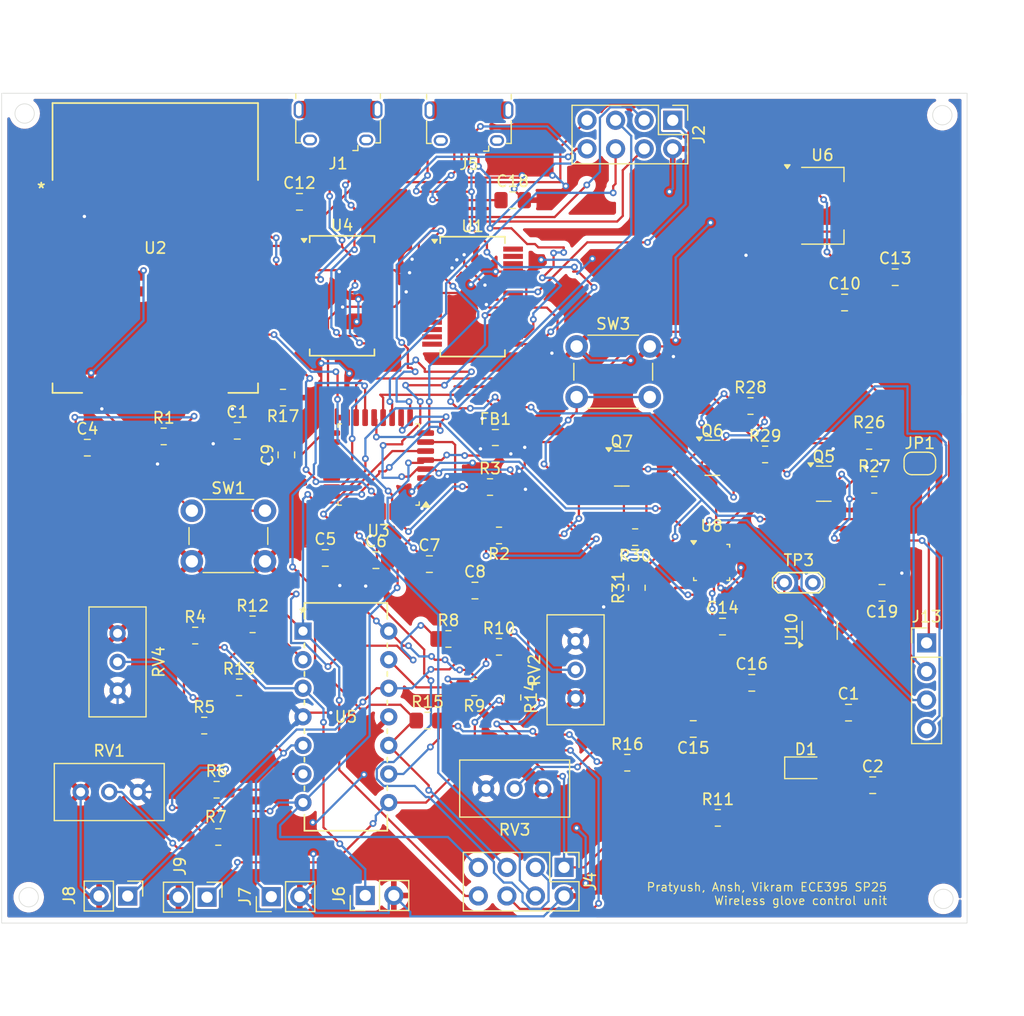
<source format=kicad_pcb>
(kicad_pcb (version 20240108) (generator "pcbnew") (generator_version "8.0")
  (layers (0 "F.Cu" signal) (31 "B.Cu" signal) (34 "B.Paste" user) (35 "F.Paste" user) (36 "B.SilkS" user "B.Silkscreen") (37 "F.SilkS" user "F.Silkscreen") (38 "B.Mask" user) (39 "F.Mask" user) (44 "Edge.Cuts" user))
  (net 0 "")
  (net 1 "GND")
  (net 2 "+3.3V")
  (net 3 "/ESP32_EN")
  (net 4 "+3.3VA")
  (net 5 "+5V")
  (net 6 "Net-(J1-GND)")
  (net 7 "Net-(U8-REGOUT)")
  (net 8 "+1.8V")
  (net 9 "Net-(J5-GND)")
  (net 10 "Net-(D1-K)")
  (net 13 "D-_ESP32")
  (net 18 "D+_ESP32")
  (net 22 "SWDIO")
  (net 23 "NRST")
  (net 24 "TX_STM32")
  (net 25 "RX_ESP32")
  (net 26 "TX_ESP32")
  (net 27 "RX_STM32")
  (net 28 "SWCLK")
  (net 29 "GPIO_2")
  (net 30 "INPUT_FS2")
  (net 31 "INPUT_FS3")
  (net 32 "INPUT_FS1")
  (net 33 "INPUT_FS4")
  (net 34 "GPIO_1")
  (net 36 "D-_STM32")
  (net 37 "D+_STM32")
  (net 46 "INPUT_OA_2")
  (net 47 "INPUT_OA_3")
  (net 48 "INPUT_OA_4")
  (net 49 "SD0_IMU")
  (net 50 "CS_IMU")
  (net 51 "SCL_IMU")
  (net 52 "SDA_IMU")
  (net 53 "1.8V")
  (net 54 "CS")
  (net 55 "SCL")
  (net 56 "SD0")
  (net 57 "Net-(U3-BOOT0)")
  (net 58 "IN_NEG_2")
  (net 59 "Net-(R7-Pad2)")
  (net 60 "IN_NEG_3")
  (net 61 "Net-(R10-Pad2)")
  (net 62 "Net-(R13-Pad2)")
  (net 63 "IN_NEG_4")
  (net 64 "Net-(R16-Pad2)")
  (net 82 "USART_TX")
  (net 84 "BOOTN")
  (net 85 "USART_RX")
  (net 122 "Net-(U2-GPIO0{slash}BOOT{slash}ADC2_CH1)")
  (net 123 "INPUT_OA_1")
  (net 124 "Net-(R2-Pad1)")
  (net 125 "IN_NEG_1")
  (footprint "ESP32 WROOM-E:ESP32­WROOM­32E_EXP" (layer "F.Cu") (at 49.75 82.75)
    (property "Reference" "U2")
    (property "Value" "ESP32-WROOM-E")
  )
  (footprint "Potentiometer_THT:Potentiometer_Bourns_3296W_Vertical" (layer "F.Cu") (at 87.1 117.7 90)
    (property "Reference" "RV2")
    (property "Value" "R_Potentiometer")
  )
  (footprint "Connector_PinHeader_2.54mm:PinHeader_2x04_P2.54mm_Vertical" (layer "F.Cu") (at 86.08 137.8 -90)
    (property "Reference" "J4")
    (property "Value" "Conn_02x04_Counter_Clockwise")
  )
  (footprint "Capacitor_SMD:C_0805_2012Metric_Pad1.18x1.45mm_HandSolder" (layer "F.Cu") (at 111.0125 87.6)
    (property "Reference" "C10")
    (property "Value" "1uF")
  )
  (footprint "Connector_USB:USB_Micro-B_Amphenol_10118194-0001LF_Horizontal" (layer "F.Cu") (at 66 71.75 180)
    (property "Reference" "J1")
    (property "Value" "USB_B_Micro")
  )
  (footprint "Capacitor_SMD:C_0805_2012Metric_Pad1.18x1.45mm_HandSolder" (layer "F.Cu") (at 78.1625 113.2)
    (property "Reference" "C8")
    (property "Value" "1u")
  )
  (footprint "LM324N:DIP-14_STM" (layer "F.Cu") (at 62.88 116.8)
    (property "Reference" "U5")
    (property "Value" "LM324N")
  )
  (footprint "Resistor_SMD:R_0805_2012Metric_Pad1.20x1.40mm_HandSolder" (layer "F.Cu") (at 50.5 99.5)
    (property "Reference" "R1")
    (property "Value" "10k")
  )
  (footprint "Connector_PinHeader_2.54mm:PinHeader_1x04_P2.54mm_Vertical" (layer "F.Cu") (at 118.3 117.85)
    (property "Reference" "J13")
    (property "Value" "Conn_01x04")
  )
  (footprint "Resistor_SMD:R_0805_2012Metric_Pad1.20x1.40mm_HandSolder" (layer "F.Cu") (at 80.3 118.2)
    (property "Reference" "R10")
    (property "Value" "4k")
  )
  (footprint "Jumper:SolderJumper-2_P1.3mm_Bridged_RoundedPad1.0x1.5mm" (layer "F.Cu") (at 117.7 101.9)
    (property "Reference" "JP1")
    (property "Value" "SolderJumper_2_Bridged")
  )
  (footprint "Resistor_SMD:R_0805_2012Metric_Pad1.20x1.40mm_HandSolder" (layer "F.Cu") (at 54.1 125.2)
    (property "Reference" "R5")
    (property "Value" "47k")
  )
  (footprint "LED_SMD:LED_0805_2012Metric_Pad1.15x1.40mm_HandSolder" (layer "F.Cu") (at 107.55 128.95)
    (property "Reference" "D1")
    (property "Value" "LED")
  )
  (footprint "Resistor_SMD:R_0805_2012Metric_Pad1.20x1.40mm_HandSolder" (layer "F.Cu") (at 55.35 135.1)
    (property "Reference" "R7")
    (property "Value" "4k")
  )
  (footprint "Connector_USB:USB_Micro-B_Amphenol_10118194-0001LF_Horizontal" (layer "F.Cu") (at 77.625 71.8 180)
    (property "Reference" "J5")
    (property "Value" "USB_B_Micro")
  )
  (footprint "Package_TO_SOT_SMD:SOT-23-5" (layer "F.Cu") (at 108.8 116.7375 90)
    (property "Reference" "U10")
    (property "Value" "AP2112K-1.8")
  )
  (footprint "Resistor_SMD:R_0805_2012Metric_Pad1.20x1.40mm_HandSolder" (layer "F.Cu") (at 113.65 103.8)
    (property "Reference" "R27")
    (property "Value" "2.2k")
  )
  (footprint "Resistor_SMD:R_0805_2012Metric_Pad1.20x1.40mm_HandSolder" (layer "F.Cu") (at 53.3 117.2)
    (property "Reference" "R4")
    (property "Value" "47k")
  )
  (footprint "Package_SO:SSOP-28_5.3x10.2mm_P0.65mm" (layer "F.Cu") (at 66.35 87)
    (property "Reference" "U4")
    (property "Value" "FT232RL")
  )
  (footprint "Connector_PinHeader_2.54mm:PinHeader_1x02_P2.54mm_Vertical" (layer "F.Cu") (at 68.41 140.3 90)
    (property "Reference" "J6")
    (property "Value" "Conn_01x02_Pin")
  )
  (footprint "Resistor_SMD:R_0805_2012Metric_Pad1.20x1.40mm_HandSolder" (layer "F.Cu") (at 102.65 96.8)
    (property "Reference" "R28")
    (property "Value" "2.2k")
  )
  (footprint "Resistor_SMD:R_0805_2012Metric_Pad1.20x1.40mm_HandSolder" (layer "F.Cu") (at 99.75 133.4)
    (property "Reference" "R11")
    (property "Value" "1k")
  )
  (footprint "Capacitor_SMD:C_0805_2012Metric_Pad1.18x1.45mm_HandSolder" (layer "F.Cu") (at 64.8625 110.3)
    (property "Reference" "C5")
    (property "Value" "100n")
  )
  (footprint "Connector_PinHeader_2.54mm:PinHeader_1x02_P2.54mm_Vertical" (layer "F.Cu") (at 54.35 140.45 -90)
    (property "Reference" "J9")
    (property "Value" "Conn_01x02_Pin")
  )
  (footprint "Resistor_SMD:R_0805_2012Metric_Pad1.20x1.40mm_HandSolder" (layer "F.Cu") (at 75.8 117.5)
    (property "Reference" "R8")
    (property "Value" "47k")
  )
  (footprint "Capacitor_SMD:C_0805_2012Metric_Pad1.18x1.45mm_HandSolder" (layer "F.Cu") (at 102.7625 121.4)
    (property "Reference" "C16")
    (property "Value" "0.1uF")
  )
  (footprint "Capacitor_SMD:C_0805_2012Metric_Pad1.18x1.45mm_HandSolder" (layer "F.Cu") (at 111.3625 124.05)
    (property "Reference" "C1")
    (property "Value" "0.1uF")
  )
  (footprint "Resistor_SMD:R_0805_2012Metric_Pad1.20x1.40mm_HandSolder" (layer "F.Cu") (at 103.95 101.1)
    (property "Reference" "R29")
    (property "Value" "2.2k")
  )
  (footprint "Capacitor_SMD:C_0805_2012Metric_Pad1.18x1.45mm_HandSolder" (layer "F.Cu") (at 115.5125 85.35)
    (property "Reference" "C13")
    (property "Value" "1uF")
  )
  (footprint "Resistor_SMD:R_0805_2012Metric_Pad1.20x1.40mm_HandSolder" (layer "F.Cu") (at 92.4 108.45 180)
    (property "Reference" "R30")
    (property "Value" "2.2k")
  )
  (footprint "Resistor_SMD:R_0805_2012Metric_Pad1.20x1.40mm_HandSolder" (layer "F.Cu") (at 92.55 112.95 90)
    (property "Reference" "R31")
    (property "Value" "2.2k")
  )
  (footprint "Capacitor_SMD:C_0805_2012Metric_Pad1.18x1.45mm_HandSolder" (layer "F.Cu") (at 97.5625 125.5 180)
    (property "Reference" "C15")
    (property "Value" "1.0uF")
  )
  (footprint "Capacitor_SMD:C_0805_2012Metric_Pad1.18x1.45mm_HandSolder" (layer "F.Cu") (at 57.0375 99)
    (property "Reference" "C1")
    (property "Value" "0.1uF")
  )
  (footprint "Resistor_SMD:R_0805_2012Metric_Pad1.20x1.40mm_HandSolder" (layer "F.Cu") (at 78.1 121.8 180)
    (property "Reference" "R9")
    (property "Value" "4k")
  )
  (footprint "TestPoint:TestPoint_2Pads_Pitch2.54mm_Drill0.8mm" (layer "F.Cu") (at 105.65 112.5)
    (property "Reference" "TP3")
    (property "Value" "TestPoint")
  )
  (footprint "Connector_PinHeader_2.54mm:PinHeader_1x02_P2.54mm_Vertical" (layer "F.Cu") (at 47.3 140.35 -90)
    (property "Reference" "J8")
    (property "Value" "Conn_01x02_Pin")
  )
  (footprint "Resistor_SMD:R_0805_2012Metric_Pad1.20x1.40mm_HandSolder" (layer "F.Cu") (at 73.95 124.75)
    (property "Reference" "R15")
    (property "Value" "4k")
  )
  (footprint "Capacitor_SMD:C_0805_2012Metric_Pad1.18x1.45mm_HandSolder" (layer "F.Cu") (at 69.3625 110.5)
    (property "Reference" "C6")
    (property "Value" "100n")
  )
  (footprint "Inductor_SMD:L_0805_2012Metric_Pad1.15x1.40mm_HandSolder" (layer "F.Cu") (at 79.975 99.6)
    (property "Reference" "FB1")
    (property "Value" "FerriteBead")
  )
  (footprint "Resistor_SMD:R_0805_2012Metric_Pad1.20x1.40mm_HandSolder" (layer "F.Cu") (at 55.2 130.9)
    (property "Reference" "R6")
    (property "Value" "4k")
  )
  (footprint "Package_QFP:LQFP-32_7x7mm_P0.8mm" (layer "F.Cu") (at 69.6 102 180)
    (property "Reference" "U3")
    (property "Value" "STM32L031K6Tx")
  )
  (footprint "Resistor_SMD:R_0805_2012Metric_Pad1.20x1.40mm_HandSolder" (layer "F.Cu") (at 79.5 104)
    (property "Reference" "R3")
    (property "Value" "10k")
  )
  (footprint "Capacitor_SMD:C_0805_2012Metric_Pad1.18x1.45mm_HandSolder" (layer "F.Cu") (at 61.4 101.1375 90)
    (property "Reference" "C9")
    (property "Value" "1u")
  )
  (footprint "Potentiometer_THT:Potentiometer_Bourns_3296W_Vertical" (layer "F.Cu") (at 48.2 131.1)
    (property "Reference" "RV1")
    (property "Value" "R_Potentiometer")
  )
  (footprint "Resistor_SMD:R_0805_2012Metric_Pad1.20x1.40mm_HandSolder" (layer "F.Cu") (at 61.1 96.05 180)
    (property "Reference" "R17")
    (property "Value" "1k")
  )
  (footprint "Button_Switch_THT:SW_PUSH_6mm" (layer "F.Cu") (at 87.2 91.5)
    (property "Reference" "SW3")
    (property "Value" "SW_Push")
  )
  (footprint "Resistor_SMD:R_0805_2012Metric_Pad1.20x1.40mm_HandSolder" (layer "F.Cu") (at 80.3 108.3 180)
    (property "Reference" "R2")
    (property "Value" "10k")
  )
  (footprint "Resistor_SMD:R_0805_2012Metric_Pad1.20x1.40mm_HandSolder" (layer "F.Cu") (at 113.2 99.9)
    (property "Reference" "R26")
    (property "Value" "2.2k")
  )
  (footprint "Package_TO_SOT_SMD:SOT-23" (layer "F.Cu") (at 91.2125 102.35)
    (property "Reference" "Q7")
    (property "Value" "2N7002")
  )
  (footprint "Capacitor_SMD:C_0805_2012Metric_Pad1.18x1.45mm_HandSolder" (layer "F.Cu") (at 114.3375 113.4 180)
    (property "Reference" "C19")
    (property "Value" "1.0uF")
  )
  (footprint "Package_TO_SOT_SMD:SOT-223" (layer "F.Cu") (at 109.05 79)
    (property "Reference" "U6")
    (property "Value" "TC1262-33")
  )
  (footprint "Capacitor_SMD:C_0805_2012Metric_Pad1.18x1.45mm_HandSolder" (layer "F.Cu") (at 100.1625 116.4)
    (property "Reference" "C14")
    (property "Value" "0.1uF")
  )
  (footprint "Package_SO:SSOP-28_5.3x10.2mm_P0.65mm" (layer "F.Cu") (at 77.95 87.075)
    (property "Reference" "U1")
    (property "Value" "FT232RL")
  )
  (footprint "Connector_PinHeader_2.54mm:PinHeader_2x04_P2.54mm_Vertical" (layer "F.Cu") (at 95.74 71.4 -90)
    (property "Reference" "J2")
    (property "Value" "Conn_02x04_Counter_Clockwise")
  )
  (footprint "Capacitor_SMD:C_0805_2012Metric_Pad1.18x1.45mm_HandSolder" (layer "F.Cu") (at 74.1125 110.85)
    (property "Reference" "C7")
    (property "Value" "10n")
  )
  (footprint "Resistor_SMD:R_0805_2012Metric_Pad1.20x1.40mm_HandSolder" (layer "F.Cu") (at 81.5 122.7 -90)
    (property "Reference" "R14")
    (property "Value" "47k")
  )
  (footprint "Resistor_SMD:R_0805_2012Metric_Pad1.20x1.40mm_HandSolder" (layer "F.Cu") (at 57.2 121.8)
    (property "Reference" "R13")
    (property "Value" "4k")
  )
  (footprint "Resistor_SMD:R_0805_2012Metric_Pad1.20x1.40mm_HandSolder" (layer "F.Cu") (at 91.7 128.5)
    (property "Reference" "R16")
    (property "Value" "4k")
  )
  (footprint "Capacitor_SMD:C_0805_2012Metric_Pad1.18x1.45mm_HandSolder" (layer "F.Cu") (at 62.5625 78.65)
    (property "Reference" "C12")
    (property "Value" "100nF")
  )
  (footprint "Package_TO_SOT_SMD:SOT-23" (layer "F.Cu") (at 99.2625 101.4)
    (property "Reference" "Q6")
    (property "Value" "2N7002")
  )
  (footprint "Connector_PinHeader_2.54mm:PinHeader_1x02_P2.54mm_Vertical" (layer "F.Cu") (at 60.06 140.4 90)
    (property "Reference" "J7")
    (property "Value" "Conn_01x02_Pin")
  )
  (footprint "Capacitor_SMD:C_0805_2012Metric_Pad1.18x1.45mm_HandSolder" (layer "F.Cu") (at 113.5125 130.5)
    (property "Reference" "C2")
    (property "Value" "0.1uF")
  )
  (footprint "Package_TO_SOT_SMD:SOT-23" (layer "F.Cu") (at 109.1625 103.7)
    (property "Reference" "Q5")
    (property "Value" "2N7002")
  )
  (footprint "Capacitor_SMD:C_0805_2012Metric_Pad1.18x1.45mm_HandSolder" (layer "F.Cu") (at 81.5125 78.5)
    (property "Reference" "C18")
    (property "Value" "100nF")
  )
  (footprint "Capacitor_SMD:C_0805_2012Metric_Pad1.18x1.45mm_HandSolder" (layer "F.Cu") (at 43.7125 100.5)
    (property "Reference" "C4")
    (property "Value" "0.1uF")
  )
  (footprint "Potentiometer_THT:Potentiometer_Bourns_3296W_Vertical" (layer "F.Cu") (at 46.4 122.08 -90)
    (property "Reference" "RV4")
    (property "Value" "R_Potentiometer")
  )
  (footprint "Sensor_Motion:InvenSense_QFN-24_3x3mm_P0.4mm" (layer "F.Cu") (at 99.2 110.7)
    (property "Reference" "U8")
    (property "Value" "ICM-20948")
  )
  (footprint "Resistor_SMD:R_0805_2012Metric_Pad1.20x1.40mm_HandSolder" (layer "F.Cu") (at 58.4 116.2)
    (property "Reference" "R12")
    (property "Value" "4k")
  )
  (footprint "Button_Switch_THT:SW_PUSH_6mm" (layer "F.Cu") (at 53 106.1)
    (property "Reference" "SW1")
    (property "Value" "SW_Push")
  )
  (footprint "Potentiometer_THT:Potentiometer_Bourns_3296W_Vertical" (layer "F.Cu") (at 79.15 130.8 180)
    (property "Reference" "RV3")
    (property "Value" "R_Potentiometer")
  )
  (gr_circle (center 119.8 140.6) (end 120.5 141.1) (stroke (width 0.05)) (fill none) (layer "Edge.Cuts"))
  (gr_circle (center 119.7 70.95) (end 120.4 71.45) (stroke (width 0.05)) (fill none) (layer "Edge.Cuts"))
  (gr_rect (start 36.1 69) (end 121.9 142.75) (stroke (width 0.05)) (fill none) (layer "Edge.Cuts"))
  (gr_circle (center 38.5 140.45) (end 39.2 140.95) (stroke (width 0.05)) (fill none) (layer "Edge.Cuts"))
  (gr_circle (center 38.139768 70.8) (end 38.839768 71.3) (stroke (width 0.05)) (fill none) (layer "Edge.Cuts"))
  (gr_text "Pratyush, Ansh, Vikram ECE395 SP25\nWireless glove control unit" (at 114.85 141.2 0) (layer "F.SilkS") (effects (font (size 0.75 0.75) (thickness 0.1)) (justify right bottom)))
  (segment (start 59.53966 77.48966) (end 58.5003 77.48966) (width 0.2) (layer "F.Cu") (net 1))
  (segment (start 72.4 104.55) (end 72.55 104.4) (width 0.2) (layer "F.Cu") (net 1))
  (segment (start 65.35 74.25) (end 65.35 73.15) (width 0.2) (layer "F.Cu") (net 1))
  (segment (start 82.625 87.4) (end 82.725 87.3) (width 0.2) (layer "F.Cu") (net 1))
  (segment (start 79.6 106.4) (end 75.15 110.85) (width 0.2) (layer "F.Cu") (net 1))
  (segment (start 100 112.964839) (end 99.8 112.764839) (width 0.2) (layer "F.Cu") (net 1))
  (segment (start 86.08 140.34) (end 87.22 139.2) (width 0.2) (layer "F.Cu") (net 1))
  (segment (start 81.65 77.5) (end 81.65 77.6) (width 0.2) (layer "F.Cu") (net 1))
  (segment (start 72.4 106.175) (end 72.4 104.55) (width 0.2) (layer "F.Cu") (net 1))
  (segment (start 81.55 89.35) (end 80.475 89.35) (width 0.2) (layer "F.Cu") (net 1))
  (segment (start 87.2 133.77) (end 84.23 130.8) (width 0.2) (layer "F.Cu") (net 1))
  (segment (start 67 93.9) (end 66.8 94.1) (width 0.2) (layer "F.Cu") (net 1))
  (segment (start 89.35 91.3) (end 89.35 84.45) (width 0.2) (layer "F.Cu") (net 1))
  (segment (start 77.175 75.5) (end 77.175 76.174999) (width 0.2) (layer "F.Cu") (net 1))
  (segment (start 64 97.4) (end 64.5 96.9) (width 0.2) (layer "F.Cu") (net 1))
  (segment (start 109.409448 116.9125) (end 108.8 117.521948) (width 0.2) (layer "F.Cu") (net 1))
  (segment (start 97.05 79) (end 99.45 79) (width 0.2) (layer "F.Cu") (net 1))
  (segment (start 67.825 87.325) (end 67.8 87.3) (width 0.2) (layer "F.Cu") (net 1))
  (segment (start 68.9 87.325) (end 69.95 87.325) (width 0.2) (layer "F.Cu") (net 1))
  (segment (start 64.875 109.275) (end 60.825 109.275) (width 0.2) (layer "F.Cu") (net 1))
  (segment (start 101.85 109.05) (end 101.13568 109.76432) (width 0.2) (layer "F.Cu") (net 1))
  (segment (start 63.6 78.324999) (end 63.6 78.65) (width 0.2) (layer "F.Cu") (net 1))
  (segment (start 80.3 91.65) (end 81.45 92.8) (width 0.2) (layer "F.Cu") (net 1))
  (segment (start 81.45 92.8) (end 87.85 92.8) (width 0.2) (layer "F.Cu") (net 1))
  (segment (start 109.7875 116.9125) (end 109.409448 116.9125) (width 0.2) (layer "F.Cu") (net 1))
  (segment (start 101.07136 109.7) (end 101.13568 109.76432) (width 0.2) (layer "F.Cu") (net 1))
  (segment (start 65.65 75.6) (end 65.65 76.274999) (width 0.2) (layer "F.Cu") (net 1))
  (segment (start 61.4 98.95) (end 62.95 97.4) (width 0.2) (layer "F.Cu") (net 1))
  (segment (start 77.175 76.174999) (end 77.500001 76.5) (width 0.2) (layer "F.Cu") (net 1))
  (segment (start 48.24886 85.21126) (end 48.704012 84.756108) (width 0.2) (layer "F.Cu") (net 1))
  (segment (start 108.8 117.521948) (end 108.8 117.875) (width 0.2) (layer "F.Cu") (net 1))
  (segment (start 84.987341 78.5) (end 82.55 78.5) (width 0.2) (layer "F.Cu") (net 1))
  (segment (start 99.8 108.82864) (end 100.42864 108.2) (width 0.2) (layer "F.Cu") (net 1))
  (segment (start 65.9 110.3) (end 64.875 109.275) (width 0.2) (layer "F.Cu") (net 1))
  (segment (start 70.5 124.42) (end 68.3 126.62) (width 0.2) (layer "F.Cu") (net 1))
  (segment (start 65.55 74.45) (end 65.35 74.25) (width 0.2) (layer "F.Cu") (net 1))
  (segment (start 60.825 109.275) (end 59.5 110.6) (width 0.2) (layer "F.Cu") (net 1))
  (segment (start 63.75 133.8) (end 63.75 136.55) (width 0.2) (layer "F.Cu") (net 1))
  (segment (start 92.45 92.75) (end 92 92.75) (width 0.2) (layer "F.Cu") (net 1))
  (segment (start 80 84.85) (end 81.5 84.85) (width 0.2) (layer "F.Cu") (net 1))
  (segment (start 99.1 80.5) (end 99.45 80.15) (width 0.2) (layer "F.Cu") (net 1))
  (segment (start 100.42864 108.2) (end 101.85 108.2) (width 0.2) (layer "F.Cu") (net 1))
  (segment (start 65.65 76.274999) (end 63.6 78.324999) (width 0.2) (layer "F.Cu") (net 1))
  (segment (start 44.05 93.85) (end 44.05 95.23561) (width 0.2) (layer "F.Cu") (net 1))
  (segment (start 67.675 89.275) (end 69.95 89.275) (width 0.2) (layer "F.Cu") (net 1))
  (segment (start 99.45 80.15) (end 99.45 79) (width 0.2) (layer "F.Cu") (net 1))
  (segment (start 68.3 126.62) (end 68.3 129.55) (width 0.2) (layer "F.Cu") (net 1))
  (segment (start 65.65 75.6) (end 65.55 75.5) (width 0.2) (layer "F.Cu") (net 1))
  (segment (start 59.5496 77.4996) (end 59.53966 77.48966) (width 0.2) (layer "F.Cu") (net 1))
  (segment (start 81.55 87.4) (end 82.625 87.4) (width 0.2) (layer "F.Cu") (net 1))
  (segment (start 80.3 89.525) (end 80.3 91.65) (width 0.2) (layer "F.Cu") (net 1))
  (segment (start 76.975 75.3) (end 76.975 73.2) (width 0.2) (layer "F.Cu") (net 1))
  (segment (start 44.75 100.5) (end 44.035 99.785) (width 0.2) (layer "F.Cu") (net 1))
  (segment (start 95.45 77.75) (end 95.8 77.75) (width 0.2) (layer "F.Cu") (net 1))
  (segment (start 69.95 87.325) (end 67.825 87.325) (width 0.2) (layer "F.Cu") (net 1))
  (segment (start 64.5 96.9) (end 64.5 93) (width 0.2) (layer "F.Cu") (net 1))
  (segment (start 95.45 91.5) (end 96 90.95) (width 0.2) (layer "F.Cu") (net 1))
  (segment (start 93.7 91.5) (end 92.45 92.75) (width 0.2) (layer "F.Cu") (net 1))
  (segment (start 44.05 95.23561) (end 44.035 95.25061) (width 0.2) (layer "F.Cu") (net 1))
  (segment (start 74.35 86.75) (end 77.05 86.75) (width 0.2) (layer "F.Cu") (net 1))
  (segment (start 63.6 78.65) (end 62.575 79.675) (width 0.2) (layer "F.Cu") (net 1))
  (segment (start 77.95 101.85) (end 79.6 103.5) (width 0.2) (layer "F.Cu") (net 1))
  (segment (start 77.05 86.75) (end 77.8 86) (width 0.2) (layer "F.Cu") (net 1))
  (segment (start 82.15 76.5) (end 82.35 76.3) (width 0.2) (layer "F.Cu") (net 1))
  (segment (start 82.725 87.3) (end 82.725 84.975) (width 0.2) (layer "F.Cu") (net 1))
  (segment (start 69.95 84.725) (end 71.025 84.725) (width 0.2) (layer "F.Cu") (net 1))
  (segment (start 86.23734 77.250001) (end 84.987341 78.5) (width 0.2) (layer "F.Cu") (net 1))
  (segment (start 65.55 75.5) (end 65.55 74.45) (width 0.2) (layer "F.Cu") (net 1))
  (segment (start 82.55 84.8) (end 81.55 84.8) (width 0.2) (layer "F.Cu") (net 1))
  (segment (start 95.8 77.75) (end 97.05 79) (width 0.2) (layer "F.Cu") (net 1))
  (segment (start 89.35 84.45) (end 88.6 83.7) (width 0.2) (layer "F.Cu") (net 1))
  (segment (start 80.475 89.35) (end 80.3 89.525) (width 0.2) (layer "F.Cu") (net 1))
  (segment (start 73.05 86.75) (end 74.35 86.75) (width 0.2) (layer "F.Cu") (net 1))
  (segment (start 68.25 86.675) (end 68.9 87.325) (width 0.2) (layer "F.Cu") (net 1))
  (segment (start 93.7 91.5) (end 95.45 91.5) (width 0.2) (layer "F.Cu") (net 1))
  (segment (start 77.500001 76.5) (end 82.15 76.5) (width 0.2) (layer "F.Cu") (net 1))
  (segment (start 81.5 84.85) (end 81.55 84.8) (width 0.2) (layer "F.Cu") (net 1))
  (segment (start 99.45 79) (end 105.9 79) (width 0.2) (layer "F.Cu") (net 1))
  (segment (start 44.035 99.785) (end 44.035 95.25061) (width 0.2) (layer "F.Cu") (net 1))
  (segment (start 87.22 139.2) (end 88 139.2) (width 0.2) (layer "F.Cu") (net 1))
  (segment (start 60.7246 79.675) (end 59.5496 78.5) (width 0.2) (layer "F.Cu") (net 1))
  (segment (start 82.725 84.975) (end 82.55 84.8) (width 0.2) (layer "F.Cu") (net 1))
  (segment (start 99.8 109.2) (end 99.8 108.82864) (width 0.2) (layer "F.Cu") (net 1))
  (segment (start 82.35 76.3) (end 85.048528 76.3) (width 0.2) (layer "F.Cu") (net 1))
  (segment (start 59.5496 78.5) (end 59.5496 77.4996) (width 0.2) (layer "F.Cu") (net 1))
  (segment (start 113.3 113.4) (end 109.7875 116.9125) (width 0.2) (layer "F.Cu") (net 1))
  (segment (start 67.65 89.3) (end 67.675 89.275) (width 0.2) (layer "F.Cu") (net 1))
  (segment (start 99.8 112.764839) (end 99.8 112.2) (width 0.2) (layer "F.Cu") (net 1))
  (segment (start 87.2 134.3) (end 87.2 133.77) (width 0.2) (layer "F.Cu") (net 1))
  (segment (start 62.95 97.4) (end 64 97.4) (width 0.2) (layer "F.Cu") (net 1))
  (segment (start 71.025 84.725) (end 73.05 86.75) (width 0.2) (layer "F.Cu") (net 1))
  (segment (start 66.8 94.1) (end 66.8 97.825) (width 0.2) (layer "F.Cu") (net 1))
  (segment (start 101.13568 109.76432) (end 101.8 110.42864) (width 0.2) (layer "F.Cu") (net 1))
  (segment (start 100.7 109.7) (end 101.07136 109.7) (width 0.2) (layer "F.Cu") (net 1))
  (segment (start 62.575 79.675) (end 60.7246 79.675) (width 0.2) (layer "F.Cu") (net 1))
  (segment (start 79.6 103.5) (end 79.6 106.4) (width 0.2) (layer "F.Cu") (net 1))
  (segment (start 101.85 108.2) (end 101.85 109.05) (width 0.2) (layer "F.Cu") (net 1))
  (segment (start 101.8 110.42864) (end 101.8 111.15) (width 0.2) (layer "F.Cu") (net 1))
  (segment (start 63.75 136.55) (end 63.8 136.6) (width 0.2) (layer "F.Cu") (net 1))
  (segment (start 62.75 86.675) (end 68.25 86.675) (width 0.2) (layer "F.Cu") (net 1))
  (segment (start 81.65 77.6) (end 82.55 78.5) (width 0.2) (layer "F.Cu") (net 1))
  (segment (start 87.85 92.8) (end 89.35 91.3) (width 0.2) (layer "F.Cu") (net 1))
  (segment (start 61.4 100.1) (end 61.4 98.95) (width 0.2) (layer "F.Cu") (net 1))
  (segment (start 77.175 75.5) (end 76.975 75.3) (width 0.2) (layer "F.Cu") (net 1))
  (via (at 48.704012 84.756108) (size 0.6) (drill 0.3) (layers "F.Cu" "B.Cu") (net 1))
  (via (at 82.35 76.3) (size 0.6) (drill 0.3) (layers "F.Cu" "B.Cu") (net 1))
  (via (at 63.75 133.8) (size 0.6) (drill 0.3) (layers "F.Cu" "B.Cu") (net 1))
  (via (at 88.6 83.7) (size 0.6) (drill 0.3) (layers "F.Cu" "B.Cu") (net 1))
  (via (at 99.1 80.5) (size 0.6) (drill 0.3) (layers "F.Cu" "B.Cu") (net 1))
  (via (at 77.8 86) (size 0.6) (drill 0.3) (layers "F.Cu" "B.Cu") (net 1))
  (via (at 67.65 89.3) (size 0.6) (drill 0.3) (layers "F.Cu" "B.Cu") (net 1))
  (via (at 86.23734 77.250001) (size 0.6) (drill 0.3) (layers "F.Cu" "B.Cu") (net 1))
  (via (at 88 139.2) (size 0.6) (drill 0.3) (layers "F.Cu" "B.Cu") (net 1))
  (via (at 92 92.75) (size 0.6) (drill 0.3) (layers "F.Cu" "B.Cu") (net 1))
  (via (at 67 93.9) (size 0.6) (drill 0.3) (layers "F.Cu" "B.Cu") (net 1))
  (via (at 67.8 87.3) (size 0.6) (drill 0.3) (layers "F.Cu" "B.Cu") (net 1))
  (via (at 100 112.964839) (size 0.6) (drill 0.3) (layers "F.Cu" "B.Cu") (net 1))
  (via (at 95.45 77.75) (size 0.6) (drill 0.3) (layers "F.Cu" "B.Cu") (net 1))
  (via (at 101.8 111.15) (size 0.6) (drill 0.3) (layers "F.Cu" "B.Cu") (net 1))
  (via (at 87.2 134.3) (size 0.6) (drill 0.3) (layers "F.Cu" "B.Cu") (net 1))
  (via (at 63.8 136.6) (size 0.6) (drill 0.3) (layers "F.Cu" "B.Cu") (net 1))
  (via (at 80 84.85) (size 0.6) (drill 0.3) (layers "F.Cu" "B.Cu") (net 1))
  (via (at 64.5 93) (size 0.6) (drill 0.3) (layers "F.Cu" "B.Cu") (net 1))
  (via (at 68.3 129.55) (size 0.6) (drill 0.3) (layers "F.Cu" "B.Cu") (net 1))
  (via (at 85.048528 76.3) (size 0.6) (drill 0.3) (layers "F.Cu" "B.Cu") (net 1))
  (via (at 77.95 101.85) (size 0.6) (drill 0.3) (layers "F.Cu" "B.Cu") (net 1))
  (via (at 84.05 83.8) (size 0.6) (drill 0.3) (layers "F.Cu" "B.Cu") (net 1))
  (via (at 81.65 77.5) (size 0.6) (drill 0.3) (layers "F.Cu" "B.Cu") (net 1))
  (via (at 44.05 93.85) (size 0.6) (drill 0.3) (layers "F.Cu" "B.Cu") (net 1))
  (via (at 96 90.95) (size 0.6) (drill 0.3) (layers "F.Cu" "B.Cu") (net 1))
  (via (at 72.55 104.4) (size 0.6) (drill 0.3) (layers "F.Cu" "B.Cu") (net 1))
  (segment (start 101.8 111.15) (end 101.8 111.85) (width 0.2) (layer "B.Cu") (net 1))
  (segment (start 67.8 89.15) (end 67.65 89.3) (width 0.2) (layer "B.Cu") (net 1))
  (segment (start 67.8 87.3) (end 67.8 89.15) (width 0.2) (layer "B.Cu") (net 1))
  (segment (start 70.95 140.3) (end 72.415 141.765) (width 0.2) (layer "B.Cu") (net 1))
  (segment (start 64.05 133.8) (end 63.75 133.8) (width 0.2) (layer "B.Cu") (net 1))
  (segment (start 44.2 140.55) (end 43.12 139.47) (width 0.2) (layer "B.Cu") (net 1))
  (segment (start 82.35 76.3) (end 82.35 76.8) (width 0.2) (layer "B.Cu") (net 1))
  (segment (start 85.048528 76.3) (end 85.287339 76.3) (width 0.2) (layer "B.Cu") (net 1))
  (segment (start 43.12 139.47) (end 43.12 131.1) (width 0.2) (layer "B.Cu") (net 1))
  (segment (start 95.74 77.46) (end 95.45 77.75) (width 0.2) (layer "B.Cu") (net 1))
  (segment (start 88 139.2) (end 88 135.1) (width 0.2) (layer "B.Cu") (net 1))
  (segment (start 62.6 140.4) (end 64.05 141.85) (width 0.2) (layer "B.Cu") (net 1))
  (segment (start 88 135.1) (end 87.2 134.3) (width 0.2) (layer "B.Cu") (net 1))
  (segment (start 87.6 84.201471) (end 87.198529 83.8) (width 0.2) (layer "B.Cu") (net 1))
  (segment (start 95.74 73.94) (end 95.74 77.46) (width 0.2) (layer "B.Cu") (net 1))
  (segment (start 96 90.95) (end 96 83.6) (width 0.2) (layer "B.Cu") (net 1))
  (segment (start 72.415 141.765) (end 72.415 142.15) (width 0.2) (layer "B.Cu") (net 1))
  (segment (start 87.198529 83.8) (end 84.05 83.8) (width 0.2) (layer "B.Cu") (net 1))
  (segment (start 87.25 85.05) (end 87.6 84.7) (width 0.2) (layer "B.Cu") (net 1))
  (segment (start 63.8 136.6) (end 63.8 139.2) (width 0.2) (layer "B.Cu") (net 1))
  (segment (start 82.35 76.8) (end 81.65 77.5) (width 0.2) (layer "B.Cu") (net 1))
  (segment (start 86.08 140.34) (end 84.27 142.15) (width 0.2) (layer "B.Cu") (net 1))
  (segment (start 44.76 140.35) (end 44.4 140.35) (width 0.2) (layer "B.Cu") (net 1))
  (segment (start 66.1 93) (end 67 93.9) (width 0.2) (layer "B.Cu") (net 1))
  (segment (start 78.95 84.85) (end 80 84.85) (width 0.2) (layer "B.Cu") (net 1))
  (segment (start 72.85147 104.09853) (end 72.85147 104.022887) (width 0.2) (layer "B.Cu") (net 1))
  (segment (start 70.5 141.85) (end 70.5 140.75) (width 0.2) (layer "B.Cu") (net 1))
  (segment (start 64.05 141.85) (end 70.5 141.85) (width 0.2) (layer "B.Cu") (net 1))
  (segment (start 101.8 111.85) (end 100.55 113.1) (width 0.2) (layer "B.Cu") (net 1))
  (segment (start 77.8 86) (end 78.95 84.85) (width 0.2) (layer "B.Cu") (net 1))
  (segment (start 68.3 129.55) (end 64.05 133.8) (width 0.2) (layer "B.Cu") (net 1))
  (segment (start 72.55 104.4) (end 72.85147 104.09853) (width 0.2) (layer "B.Cu") (net 1))
  (segment (start 70.5 140.75) (end 70.95 140.3) (width 0.2) (layer "B.Cu") (net 1))
  (segment (start 96 83.6) (end 99.1 80.5) (width 0.2) (layer "B.Cu") (net 1))
  (segment (start 48.704012 84.756108) (end 48.704012 89.195988) (width 0.2) (layer "B.Cu") (net 1))
  (segment (start 72.85147 104.022887) (end 75.024357 101.85) (width 0.2) (layer "B.Cu") (net 1))
  (segment (start 84.27 142.15) (end 72.415 142.15) (width 0.2) (layer "B.Cu") (net 1))
  (segment (start 63.8 139.2) (end 62.6 140.4) (width 0.2) (layer "B.Cu") (net 1))
  (segment (start 88.45 92.75) (end 87.2 91.5) (width 0.2) (layer "B.Cu") (net 1))
  (segment (start 85.287339 76.3) (end 86.23734 77.250001) (width 0.2) (layer "B.Cu") (net 1))
  (segment (start 75.024357 101.85) (end 77.95 101.85) (width 0.2) (layer "B.Cu") (net 1))
  (segment (start 100.414839 112.964839) (end 100 112.964839) (width 0.2) (layer "B.Cu") (net 1))
  (segment (start 88.6 83.7) (end 87.25 85.05) (width 0.2) (layer "B.Cu") (net 1))
  (segment (start 48.704012 89.195988) (end 44.05 93.85) (width 0.2) (layer "B.Cu") (net 1))
  (segment (start 92 92.75) (end 88.45 92.75) (width 0.2) (layer "B.Cu") (net 1))
  (segment (start 44.4 140.35) (end 44.2 140.55) (width 0.2) (layer "B.Cu") (net 1))
  (segment (start 87.6 84.7) (end 87.6 84.201471) (width 0.2) (layer "B.Cu") (net 1))
  (segment (start 100.55 113.1) (end 100.414839 112.964839) (width 0.2) (layer "B.Cu") (net 1))
  (segment (start 64.5 93) (end 66.1 93) (width 0.2) (layer "B.Cu") (net 1))
  (segment (start 81.6 101.3) (end 81.35 101.05) (width 0.2) (layer "F.Cu") (net 2))
  (segment (start 69.95 87.975) (end 66.425 87.975) (width 0.2) (layer "F.Cu") (net 2))
  (segment (start 77.2 84.2) (end 79.05 86.05) (width 0.2) (layer "F.Cu") (net 2))
  (segment (start 89.6 114.65) (end 90.3 113.95) (width 0.2) (layer "F.Cu") (net 2))
  (segment (start 85.5 91.6) (end 85 92.1) (width 0.2) (layer "F.Cu") (net 2))
  (segment (start 65.975 84.725) (end 62.75 84.725) (width 0.2) (layer "F.Cu") (net 2))
  (segment (start 114.2 102.25) (end 114.2 101.95) (width 0.2) (layer "F.Cu") (net 2))
  (segment (start 82.100735 102.599265) (end 82.585089 102.114911) (width 0.2) (layer "F.Cu") (net 2))
  (segment (start 92.55 113.95) (end 92.55 113.534744) (width 0.2) (layer "F.Cu") (net 2))
  (segment (start 107.85 118.537499) (end 108.150001 118.8375) (width 0.2) (layer "F.Cu") (net 2))
  (segment (start 68.325 112.675) (end 68.325 110.5) (width 0.2) (layer "F.Cu") (net 2))
  (segment (start 69.95 87.975) (end 71.025 87.975) (width 0.2) (layer "F.Cu") (net 2))
  (segment (start 85.4 88.9) (end 85.5 89) (width 0.2) (layer "F.Cu") (net 2))
  (segment (start 66.15 112.625) (end 66.15 112.75) (width 0.2) (layer "F.Cu") (net 2))
  (segment (start 105.9 81.3) (end 112.5 81.3) (width 0.2) (layer "F.Cu") (net 2))
  (segment (start 79.175735 87.775735) (end 79.45 88.05) (width 0.2) (layer "F.Cu") (net 2))
  (segment (start 110.15 118.45) (end 110.15 118.275) (width 0.2) (layer "F.Cu") (net 2))
  (segment (start 109.5 118.8375) (end 109.6 118.8375) (width 0.2) (layer "F.Cu") (net 2))
  (segment (start 72.775 84.8) (end 72.775 83.95) (width 0.2) (layer "F.Cu") (net 2))
  (segment (start 108.575 128.95) (end 107.85 128.225) (width 0.2) (layer "F.Cu") (net 2))
  (segment (start 64.675001 99.2) (end 61.700001 102.175) (width 0.2) (layer "F.Cu") (net 2))
  (segment (start 112.5 81.3) (end 116.55 85.35) (width 0.2) (layer "F.Cu") (net 2))
  (segment (start 72.35 84.95) (end 72.775 84.95) (width 0.2) (layer "F.Cu") (net 2))
  (segment (start 77.2 83.35) (end 77.2 84.2) (width 0.2) (layer "F.Cu") (net 2))
  (segment (start 49.5 99.5) (end 49.5 101.5) (width 0.2) (layer "F.Cu") (net 2))
  (segment (start 68.45 112.8) (end 68.325 112.675) (width 0.2) (layer "F.Cu") (net 2))
  (segment (start 102.95 99.684744) (end 95.8 92.534744) (width 0.2) (layer "F.Cu") (net 2))
  (segment (start 83.015256 104) (end 82.85 104) (width 0.2) (layer "F.Cu") (net 2))
  (segment (start 56 99) (end 56 97.65) (width 0.2) (layer "F.Cu") (net 2))
  (segment (start 75.352942 84.8) (end 74.35 84.8) (width 0.2) (layer "F.Cu") (net 2))
  (segment (start 82.585089 101.3) (end 81.6 101.3) (width 0.2) (layer "F.Cu") (net 2))
  (segment (start 82.585089 102.114911) (end 82.585089 101.3) (width 0.2) (layer "F.Cu") (net 2))
  (segment (start 116.1 111.65) (end 115.375 112.375) (width 0.2) (layer "F.Cu") (net 2))
  (segment (start 47.45 99.5) (end 45 97.05) (width 0.2) (layer "F.Cu") (net 2))
  (segment (start 82.85 104) (end 82.65 104.2) (width 0.2) (layer "F.Cu") (net 2))
  (segment (start 104.35 81.3) (end 105.9 81.3) (width 0.2) (layer "F.Cu") (net 2))
  (segment (start 90.3 113.95) (end 92.55 113.95) (width 0.2) (layer "F.Cu") (net 2))
  (segment (start 95.8 92.534744) (end 95.8 92.4) (width 0.2) (layer "F.Cu") (net 2))
  (segment (start 74.35 84.8) (end 75.425 84.8) (width 0.2) (layer "F.Cu") (net 2))
  (segment (start 78.8 97.9) (end 78.8 99.45) (width 0.2) (layer "F.Cu") (net 2))
  (segment (start 110.9 117.875) (end 115.375 113.4) (width 0.2) (layer "F.Cu") (net 2))
  (segment (start 76.425 83.8) (end 76.55 83.8) (width 0.2) (layer "F.Cu") (net 2))
  (segment (start 109.6 118.8375) (end 109.7625 118.8375) (width 0.2) (layer "F.Cu") (net 2))
  (segment (start 110.125 130.5) (end 108.575 128.95) (width 0.2) (layer "F.Cu") (net 2))
  (segment (start 112.65 103.8) (end 114.2 102.25) (width 0.2) (layer "F.Cu") (net 2))
  (segment (start 81.55 88.05) (end 83.6 88.05) (width 0.2) (layer "F.Cu") (net 2))
  (segment (start 102.25 83.4) (end 104.35 81.3) (width 0.2) (layer "F.Cu") (net 2))
  (segment (start 68.325 108.875) (end 68.85 108.35) (width 0.2) (layer "F.Cu") (net 2))
  (segment (start 72.775 83.95) (end 72.575 83.75) (width 0.2) (layer "F.Cu") (net 2))
  (segment (start 66.425 87.975) (end 66.4 88) (width 0.2) (layer "F.Cu") (net 2))
  (segment (start 63.25 124.05) (end 62.88 124.42) (width 0.2) (layer "F.Cu") (net 2))
  (segment (start 109.75 117.875) (end 110.9 117.875) (width 0.2) (layer "F.Cu") (net 2))
  (segment (start 78.95 99.6) (end 78.95 100.3) (width 0.2) (layer "F.Cu") (net 2))
  (segment (start 108.575 125.8) (end 110.325 124.05) (width 0.2) (layer "F.Cu") (net 2))
  (segment (start 72.775 84.95) (end 72.775 84.8) (width 0.2) (layer "F.Cu") (net 2))
  (segment (start 71.025 87.975) (end 72.05 86.95) (width 0.2) (layer "F.Cu") (net 2))
  (segment (start 113 102.25) (end 113 103.45) (width 0.2) (layer "F.Cu") (net 2))
  (segment (start 41.5235 78.75966) (end 40.9997 78.75966) (width 0.2) (layer "F.Cu") (net 2))
  (segment (start 85.5 89) (end 85.5 91.6) (width 0.2) (layer "F.Cu") (net 2))
  (segment (start 112.475 130.5) (end 110.125 130.5) (width 0.2) (layer "F.Cu") (net 2))
  (segment (start 65.425 99.2) (end 64.675001 99.2) (width 0.2) (layer "F.Cu") (net 2))
  (segment (start 108.575 128.95) (end 108.575 125.8) (width 0.2) (layer "F.Cu") (net 2))
  (segment (start 72.05 86.95) (end 72.05 86.65) (width 0.2) (layer "F.Cu") (net 2))
  (segment (start 75.425 84.8) (end 76.425 83.8) (width 0.2) (layer "F.Cu") (net 2))
  (segment (start 61.700001 102.175) (end 61.4 102.175) (width 0.2) (layer "F.Cu") (net 2))
  (segment (start 115.375 112.375) (end 115.375 113.4) (width 0.2) (layer "F.Cu") (net 2))
  (segment (start 76.126471 84.526471) (end 75.602942 85.05) (width 0.2) (layer "F.Cu") (net 2))
  (segment (start 79.45 88.05) (end 81.55 88.05) (width 0.2) (layer "F.Cu") (net 2))
  (segment (start 56 97.65) (end 56.6 97.05) (width 0.2) (layer "F.Cu") (net 2))
  (segment (start 73.45147 105.90147) (end 73.45147 105.12353) (width 0.2) (layer "F.Cu") (net 2))
  (segment (start 82.585089 101.3) (end 82.585089 100.468652) (width 0.2) (layer "F.Cu") (net 2))
  (segment (start 113 103.45) (end 112.65 103.8) (width 0.2) (layer "F.Cu") (net 2))
  (segment (start 49.5 101.5) (end 49.95 101.95) (width 0.2) (layer "F.Cu") (net 2))
  (segment (start 107.85 117.875) (end 107.85 118.537499) (width 0.2) (layer "F.Cu") (net 2))
  (segment (start 65.425 99.2) (end 65.1 98.875) (width 0.2) (layer "F.Cu") (net 2))
  (segment (start 102.95 101.1) (end 103.95 100.1) (width 0.2) (layer "F.Cu") (net 2))
  (segment (start 54.9 100.15) (end 54.9 100.1) (width 0.2) (layer "F.Cu") (net 2))
  (segment (start 109.5 100.1) (end 110 100.6) (width 0.2) (layer "F.Cu") (net 2))
  (segment (start 42.71384 79.95) (end 41.5235 78.75966) (width 0.2) (layer "F.Cu") (net 2))
  (segment (start 66.2 88) (end 66.4 88) (width 0.2) (layer "F.Cu") (net 2))
  (segment (start 83.6 88.05) (end 84.55 88.05) (width 0.2) (layer "F.Cu") (net 2))
  (segment (start 74.524999 104.8) (end 75.7 103.624999) (width 0.2) (layer "F.Cu") (net 2))
  (segment (start 65.1 89.1) (end 66.2 88) (width 0.2) (layer "F.Cu") (net 2))
  (segment (start 78.8 99.45) (end 78.95 99.6) (width 0.2) (layer "F.Cu") (net 2))
  (segment (start 84.55 88.05) (end 85.4 88.9) (width 0.2) (layer "F.Cu") (net 2))
  (segment (start 102.95 101.1) (end 102.95 99.684744) (width 0.2) (layer "F.Cu") (net 2))
  (segment (start 75.602942 85.05) (end 75.352942 84.8) (width 0.2) (layer "F.Cu") (net 2))
  (segment (start 65.1 98.875) (end 65.1 89.1) (width 0.2) (layer "F.Cu") (net 2))
  (segment (start 63.825 110.3) (end 66.15 112.625) (width 0.2) (layer "F.Cu") (net 2))
  (segment (start 92.55 113.534744) (end 83.015256 104) (width 0.2) (layer "F.Cu") (net 2))
  (segment (start 59.8 101.95) (end 61.175 101.95) (width 0.2) (layer "F.Cu") (net 2))
  (segment (start 65.35 124.05) (end 63.25 124.05) (width 0.2) (layer "F.Cu") (net 2))
  (segment (start 110.15 118.275) (end 109.75 117.875) (width 0.2) (layer "F.Cu") (net 2))
  (segment (start 108.150001 118.8375) (end 109.5 118.8375) (width 0.2) (layer "F.Cu") (net 2))
  (segment (start 109.7625 118.8375) (end 110.15 118.45) (width 0.2) (layer "F.Cu") (net 2))
  (segment (start 103.95 100.1) (end 109.5 100.1) (width 0.2) (layer "F.Cu") (net 2))
  (segment (start 73.45147 105.12353) (end 73.775 104.8) (width 0.2) (layer "F.Cu") (net 2))
  (segment (start 73.775 104.8) (end 74.524999 104.8) (width 0.2) (layer "F.Cu") (net 2))
  (segment (start 78.95 100.3) (end 78.65 100.6) (width 0.2) (layer "F.Cu") (net 2))
  (segment (start 75.7 103.624999) (end 75.7 103.05) (width 0.2) (layer "F.Cu") (net 2))
  (segment (start 107.85 128.225) (end 107.85 117.875) (width 0.2) (layer "F.Cu") (net 2))
  (segment (start 68.325 110.5) (end 68.325 108.875) (width 0.2) (layer "F.Cu") (net 2))
  (segment (start 54.9 100.1) (end 56 99) (width 0.2) (layer "F.Cu") (net 2))
  (segment (start 61.175 101.95) (end 61.4 102.175) (width 0.2) (layer "F.Cu") (net 2))
  (segment (start 102.95 101.1) (end 102.95 100.75) (width 0.2) (layer "F.Cu") (net 2))
  (segment (start 49.5 99.5) (end 47.45 99.5) (width 0.2) (layer "F.Cu") (net 2))
  (segment (start 43.45 79.95) (end 42.71384 79.95) (width 0.2) (layer "F.Cu") (net 2))
  (segment (start 66.1 84.85) (end 65.975 84.725) (width 0.2) (layer "F.Cu") (net 2))
  (via (at 76.126471 84.526471) (size 0.6) (drill 0.3) (layers "F.Cu" "B.Cu") (net 2))
  (via (at 66.15 112.75) (size 0.6) (drill 0.3) (layers "F.Cu" "B.Cu") (net 2))
  (via (at 72.05 86.65) (size 0.6) (drill 0.3) (layers "F.Cu" "B.Cu") (net 2))
  (via (at 114.2 101.95) (size 0.6) (drill 0.3) (layers "F.Cu" "B.Cu") (net 2))
  (via (at 78.8 97.9) (size 0.6) (drill 0.3) (layers "F.Cu" "B.Cu") (net 2))
  (via (at 75.7 103.05) (size 0.6) (drill 0.3) (layers "F.Cu" "B.Cu") (net 2))
  (via (at 72.35 84.95) (size 0.6) (drill 0.3) (layers "F.Cu" "B.Cu") (net 2))
  (via (at 85 92.1) (size 0.6) (drill 0.3) (layers "F.Cu" "B.Cu") (net 2))
  (via (at 113 102.25) (size 0.6) (drill 0.3) (layers "F.Cu" "B.Cu") (net 2))
  (via (at 54.9 100.15) (size 0.6) (drill 0.3) (layers "F.Cu" "B.Cu") (net 2))
  (via (at 45 97.05) (size 0.6) (drill 0.3) (layers "F.Cu" "B.Cu") (net 2))
  (via (at 82.585089 100.468652) (size 0.6) (drill 0.3) (layers "F.Cu" "B.Cu") (net 2))
  (via (at 66.4 88) (size 0.6) (drill 0.3) (layers "F.Cu" "B.Cu") (net 2))
  (via (at 79.05 86.05) (size 0.6) (drill 0.3) (layers "F.Cu" "B.Cu") (net 2))
  (via (at 72.575 83.75) (size 0.6) (drill 0.3) (layers "F.Cu" "B.Cu") (net 2))
  (via (at 82.65 104.2) (size 0.6) (drill 0.3) (layers "F.Cu" "B.Cu") (net 2))
  (via (at 78.65 100.6) (size 0.6) (drill 0.3) (layers "F.Cu" "B.Cu") (net 2))
  (via (at 79.175735 87.775735) (size 0.6) (drill 0.3) (layers "F.Cu" "B.Cu") (net 2))
  (via (at 68.45 112.8) (size 0.6) (drill 0.3) (layers "F.Cu" "B.Cu") (net 2))
  (via (at 49.95 101.95) (size 0.6) (drill 0.3) (layers "F.Cu" "B.Cu") (net 2))
  (via (at 65.35 124.05) (size 0.6) (drill 0.3) (layers "F.Cu" "B.Cu") (net 2))
  (via (at 110 100.6) (size 0.6) (drill 0.3) (layers "F.Cu" "B.Cu") (net 2))
  (via (at 56.6 97.05) (size 0.6) (drill 0.3) (layers "F.Cu" "B.Cu") (net 2))
  (via (at 77.2 83.35) (size 0.6) (drill 0.3) (layers "F.Cu" "B.Cu") (net 2))
  (via (at 68.85 108.35) (size 0.6) (drill 0.3) (layers "F.Cu" "B.Cu") (net 2))
  (via (at 59.8 101.95) (size 0.6) (drill 0.3) (layers "F.Cu" "B.Cu") (net 2))
  (via (at 116.1 111.65) (size 0.6) (drill 0.3) (layers "F.Cu" "B.Cu") (net 2))
  (via (at 76.55 83.8) (size 0.6) (drill 0.3) (layers "F.Cu" "B.Cu") (net 2))
  (via (at 82.100735 102.599265) (size 0.6) (drill 0.3) (layers "F.Cu" "B.Cu") (net 2))
  (via (at 66.1 84.85) (size 0.6) (drill 0.3) (layers "F.Cu" "B.Cu") (net 2))
  (via (at 73.45147 105.90147) (size 0.6) (drill 0.3) (layers "F.Cu" "B.Cu") (net 2))
  (via (at 81.35 101.05) (size 0.6) (drill 0.3) (layers "F.Cu" "B.Cu") (net 2))
  (via (at 102.25 83.4) (size 0.6) (drill 0.3) (layers "F.Cu" "B.Cu") (net 2))
  (via (at 89.6 114.65) (size 0.6) (drill 0.3) (layers "F.Cu" "B.Cu") (net 2))
  (via (at 95.8 92.4) (size 0.6) (drill 0.3) (layers "F.Cu" "B.Cu") (net 2))
  (via (at 43.45 79.95) (size 0.6) (drill 0.3) (layers "F.Cu" "B.Cu") (net 2))
  (segment (start 41.95 96.8) (end 41.95 96.5) (width 0.2) (layer "B.Cu") (net 2))
  (segment (start 66.7 113.3) (end 66.7 123.2) (width 0.2) (layer "B.Cu") (net 2))
  (segment (start 46.4 129.3) (end 48.2 131.1) (width 0.2) (layer "B.Cu") (net 2))
  (segment (start 72.95 110) (end 77.65 105.3) (width 0.2) (layer "B.Cu") (net 2))
  (segment (start 41.95 96.5) (end 43.45 95) (width 0.2) (layer "B.Cu") (net 2))
  (segment (start 77.298529 103.35) (end 76.00294 103.35) (width 0.2) (layer "B.Cu") (net 2))
  (segment (start 77.65 103.701471) (end 77.298529 103.35) (width 0.2) (layer "B.Cu") (net 2))
  (segment (start 59.35 127.95) (end 62.88 124.42) (width 0.2) (layer "B.Cu") (net 2))
  (segment (start 82.3 97.6) (end 79.1 97.6) (width 0.2) (layer "B.Cu") (net 2))
  (segment (start 82.585089 100.468652) (end 82.585089 97.885089) (width 0.2) (layer "B.Cu") (net 2))
  (segment (start 85.25 93.45) (end 82.35 96.35) (width 0.2) (layer "B.Cu") (net 2))
  (segment (start 66.4 88) (end 66.4 85.15) (width 0.2) (layer "B.Cu") (net 2))
  (segment (start 70.5 110) (end 72.95 110) (width 0.2) (layer "B.Cu") (net 2))
  (segment (start 68.4 112.75) (end 68.45 112.8) (width 0.2) (layer "B.Cu") (net 2))
  (segment (start 59.75 101.9) (end 59.8 101.95) (width 0.2) (layer "B.Cu") (net 2))
  (segment (start 82.585089 97.885089) (end 82.3 97.6) (width 0.2) (layer "B.Cu") (net 2))
  (segment (start 94.75 93.45) (end 85.25 93.45) (width 0.2) (layer "B.Cu") (net 2))
  (segment (start 66.7 123.2) (end 65.85 124.05) (width 0.2) (layer "B.Cu") (net 2))
  (segment (start 46.4 122.08) (end 46.4 129.3) (width 0.2) (layer "B.Cu") (net 2))
  (segment (start 81.65 103.05) (end 82.100735 102.599265) (width 0.2) (layer "B.Cu") (net 2))
  (segment (start 76.00294 103.35) (end 73.45147 105.90147) (width 0.2) (layer "B.Cu") (net 2))
  (segment (start 79.05 87.65) (end 79.175735 87.775735) (width 0.2) (layer "B.Cu") (net 2))
  (segment (start 111.65 102.25) (end 113 102.25) (width 0.2) (layer "B.Cu") (net 2))
  (segment (start 78.65 100.6) (end 79.1 101.05) (width 0.2) (layer "B.Cu") (net 2))
  (segment (start 75.7 103.05) (end 81.65 103.05) (width 0.2) (layer "B.Cu") (net 2))
  (segment (start 82.65 103.14853) (end 82.100735 102.599265) (width 0.2) (layer "B.Cu") (net 2))
  (segment (start 82.35 96.35) (end 82.35 97.45) (width 0.2) (layer "B.Cu") (net 2))
  (segment (start 76.55 83.8) (end 76.75 83.8) (width 0.2) (layer "B.Cu") (net 2))
  (segment (start 85 93.2) (end 85.25 93.45) (width 0.2) (layer "B.Cu") (net 2))
  (segment (start 59.75 99) (end 59.75 101.9) (width 0.2) (layer "B.Cu") (net 2))
  (segment (start 56.6 97.05) (end 57.8 97.05) (width 0.2) (layer "B.Cu") (net 2))
  (segment (start 114.2 101.95) (end 116.1 103.85) (width 0.2) (layer "B.Cu") (net 2))
  (segment (start 45 97.05) (end 42.2 97.05) (width 0.2) (layer "B.Cu") (net 2))
  (segment (start 116.1 103.85) (end 116.1 111.65) (width 0.2) (layer "B.Cu") (net 2))
  (segment (start 66.15 112.75) (end 68.4 112.75) (width 0.2) (layer "B.Cu") (net 2))
  (segment (start 48.2 131.1) (end 50.2 131.1) (width 0.2) (layer "B.Cu") (net 2))
  (segment (start 82.65 104.2) (end 82.65 103.14853) (width 0.2) (layer "B.Cu") (net 2))
  (segment (start 110 100.6) (end 111.65 102.25) (width 0.2) (layer "B.Cu") (net 2))
  (segment (start 87.1 117.7) (end 89.6 115.2) (width 0.2) (layer "B.Cu") (net 2))
  (segment (start 102.25 83.4) (end 102.25 85.95) (width 0.2) (layer "B.Cu") (net 2))
  (segment (start 57.8 97.05) (end 59.75 99) (width 0.2) (layer "B.Cu") (net 2))
  (segment (start 65.85 124.05) (end 65.35 124.05) (width 0.2) (layer "B.Cu") (net 2))
  (segment (start 68.85 108.35) (end 70.5 110) (width 0.2) (layer "B.Cu") (net 2))
  (segment (start 79.1 101.05) (end 81.35 101.05) (width 0.2) (layer "B.Cu") (net 2))
  (segment (start 79.1 97.6) (end 78.8 97.9) (width 0.2) (layer "B.Cu") (net 2))
  (segment (start 49.95 101.95) (end 53.1 101.95) (width 0.2) (layer "B.Cu") (net 2))
  (segment (start 72.05 85.25) (end 72.35 84.95) (width 0.2) (layer "B.Cu") (net 2))
  (segment (start 43.45 95) (end 43.45 79.95) (width 0.2) (layer "B.Cu") (net 2))
  (segment (start 79.05 86.05) (end 79.05 87.65) (width 0.2) (layer "B.Cu") (net 2))
  (segment (start 88.15 123.172498) (end 88.15 118.75) (width 0.2) (layer "B.Cu") (net 2))
  (segment (start 80.17 129.78) (end 81.542498 129.78) (width 0.2) (layer "B.Cu") (net 2))
  (segment (start 72.05 86.65) (end 72.05 85.25) (width 0.2) (layer "B.Cu") (net 2))
  (segment (start 79.15 130.8) (end 80.17 129.78) (width 0.2) (layer "B.Cu") (net 2))
  (segment (start 66.15 112.75) (end 66.7 113.3) (width 0.2) (layer "B.Cu") (net 2))
  (segment (start 95.8 92.4) (end 94.75 93.45) (width 0.2) (layer "B.Cu") (net 2))
  (segment (start 42.2 97.05) (end 41.95 96.8) (width 0.2) (layer "B.Cu") (net 2))
  (segment (start 53.1 101.95) (end 54.9 100.15) (width 0.2) (layer "B.Cu") (net 2))
  (segment (start 88.15 118.75) (end 87.1 117.7) (width 0.2) (layer "B.Cu") (net 2))
  (segment (start 66.4 85.15) (end 66.1 84.85) (width 0.2) (layer "B.Cu") (net 2))
  (segment (start 102.25 85.95) (end 95.8 92.4) (width 0.2) (layer "B.Cu") (net 2))
  (segment (start 85 92.1) (end 85 93.2) (width 0.2) (layer "B.Cu") (net 2))
  (segment (start 75.35 83.75) (end 76.126471 84.526471) (width 0.2) (layer "B.Cu") (net 2))
  (segment (start 89.6 115.2) (end 89.6 114.65) (width 0.2) (layer "B.Cu") (net 2))
  (segment (start 76.75 83.8) (end 77.2 83.35) (width 0.2) (layer "B.Cu") (net 2))
  (segment (start 50.2 131.1) (end 53.35 127.95) (width 0.2) (layer "B.Cu") (net 2))
  (segment (start 53.35 127.95) (end 59.35 127.95) (width 0.2) (layer "B.Cu") (net 2))
  (segment (start 81.542498 129.78) (end 88.15 123.172498) (width 0.2) (layer "B.Cu") (net 2))
  (segment (start 77.65 105.3) (end 77.65 103.701471) (width 0.2) (layer "B.Cu") (net 2))
  (segment (start 72.575 83.75) (end 75.35 83.75) (width 0.2) (layer "B.Cu") (net 2))
  (segment (start 39.55 99.7) (end 40.35 100.5) (width 0.2) (layer "F.Cu") (net 3))
  (segment (start 40.35 100.5) (end 42.675 100.5) (width 0.2) (layer "F.Cu") (net 3))
  (segment (start 51.5 99.5) (end 51.5 100.2) (width 0.2) (layer "F.Cu") (net 3))
  (segment (start 39.35 99.7) (end 39.55 99.7) (width 0.2) (layer "F.Cu") (net 3))
  (segment (start 42.675 97.875) (end 42.6 97.8) (width 0.2) (layer "F.Cu") (net 3))
  (segment (start 53.2 97.7) (end 51.5 99.4) (width 0.2) (layer "F.Cu") (net 3))
  (segment (start 57.4 106.1) (end 59.5 106.1) (width 0.2) (layer "F.Cu") (net 3))
  (segment (start 40.9997 80.02966) (end 40.0504 80.02966) (width 0.2) (layer "F.Cu") (net 3))
  (segment (start 51.5 104.6) (end 53 106.1) (width 0.2) (layer "F.Cu") (net 3))
  (segment (start 40.0504 80.02966) (end 39.35 80.73006) (width 0.2) (layer "F.Cu") (net 3))
  (segment (start 51.5 99.4) (end 51.5 99.5) (width 0.2) (layer "F.Cu") (net 3))
  (segment (start 39.35 80.73006) (end 39.35 99.7) (width 0.2) (layer "F.Cu") (net 3))
  (segment (start 42.675 100.5) (end 42.675 97.875) (width 0.2) (layer "F.Cu") (net 3))
  (segment (start 51.5 99.5) (end 51.5 104.6) (width 0.2) (layer "F.Cu") (net 3))
  (segment (start 51.5 100.2) (end 57.4 106.1) (width 0.2) (layer "F.Cu") (net 3))
  (via (at 53.2 97.7) (size 0.6) (drill 0.3) (layers "F.Cu" "B.Cu") (net 3))
  (via (at 42.6 97.8) (size 0.6) (drill 0.3) (layers "F.Cu" "B.Cu") (net 3))
  (segment (start 53.1 97.8) (end 53.2 97.7) (width 0.2) (layer "B.Cu") (net 3))
  (segment (start 42.6 97.8) (end 53.1 97.8) (width 0.2) (layer "B.Cu") (net 3))
  (segment (start 75.425 113.2) (end 73.075 110.85) (width 0.2) (layer "F.Cu") (net 4))
  (segment (start 73.775 101.6) (end 75.2 101.6) (width 0.2) (layer "F.Cu") (net 4))
  (segment (start 79.4 101.2) (end 81 99.6) (width 0.2) (layer "F.Cu") (net 4))
  (segment (start 77.25 101.2) (end 79.4 101.2) (width 0.2) (layer "F.Cu") (net 4))
  (segment (start 75.2 101.6) (end 75.65 101.15) (width 0.2) (layer "F.Cu") (net 4))
  (segment (start 73.075 110.85) (end 73.075 109.775) (width 0.2) (layer "F.Cu") (net 4))
  (segment (start 77.125 113.2) (end 75.425 113.2) (width 0.2) (layer "F.Cu") (net 4))
  (segment (start 72.25 101.85) (end 73.525 101.85) (width 0.2) (layer "F.Cu") (net 4))
  (segment (start 73.075 109.775) (end 72.7 109.4) (width 0.2) (layer "F.Cu") (net 4))
  (segment (start 73.525 101.85) (end 73.775 101.6) (width 0.2) (layer "F.Cu") (net 4))
  (via (at 72.25 101.85) (size 0.6) (drill 0.3) (layers "F.Cu" "B.Cu") (net 4))
  (via (at 75.65 101.15) (size 0.6) (drill 0.3) (layers "F.Cu" "B.Cu") (net 4))
  (via (at 72.7 109.4) (size 0.6) (drill 0.3) (layers "F.Cu" "B.Cu") (net 4))
  (via (at 77.25 101.2) (size 0.6) (drill 0.3) (layers "F.Cu" "B.Cu") (net 4))
  (segment (start 75.65 101.15) (end 77.2 101.15) (width 0.2) (layer "B.Cu") (net 4))
  (segment (start 77.2 101.15) (end 77.25 101.2) (width 0.2) (layer "B.Cu") (net 4))
  (segment (start 70.698529 104.95) (end 72.25 103.398529) (width 0.2) (layer "B.Cu") (net 4))
  (segment (start 70.4 104.95) (end 70.698529 104.95) (width 0.2) (layer "B.Cu") (net 4))
  (segment (start 72.25 103.398529) (end 72.25 101.85) (width 0.2) (layer "B.Cu") (net 4))
  (segment (start 72.7 109.4) (end 70.4 107.1) (width 0.2) (layer "B.Cu") (net 4))
  (segment (start 70.4 107.1) (end 70.4 104.95) (width 0.2) (layer "B.Cu") (net 4))
  (segment (start 120.3 136.1) (end 120.3 97.45) (width 0.2) (layer "F.Cu") (net 5))
  (segment (start 76.05 116.25) (end 82.9 116.25) (width 0.2) (layer "F.Cu") (net 5))
  (segment (start 52.3 117.2) (end 56 113.5) (width 0.2) (layer "F.Cu") (net 5))
  (segment (start 66.95 118.1) (end 71.234314 118.1) (width 0.2) (layer "F.Cu") (net 5))
  (segment (start 73.35 116.3) (end 73.6 116.3) (width 0.2) (layer "F.Cu") (net 5))
  (segment (start 84.1 123.2) (end 82.6 121.7) (width 0.2) (layer "F.Cu") (net 5))
  (segment (start 82.9 120.3) (end 81.5 121.7) (width 0.2) (layer "F.Cu") (net 5))
  (segment (start 73.6 116.3) (end 74.8 117.5) (width 0.2) (layer "F.Cu") (net 5))
  (segment (start 74.8 117.5) (end 76.05 116.25) (width 0.2) (layer "F.Cu") (net 5))
  (segment (start 56 113.5) (end 62.28 113.5) (width 0.2) (layer "F.Cu") (net 5))
  (segment (start 82.6 121.7) (end 81.5 121.7) (width 0.2) (layer "F.Cu") (net 5))
  (segment (start 107.4 76.7) (end 105.9 76.7) (width 0.2) (layer "F.Cu") (net 5))
  (segment (start 109.15 78.45) (end 107.4 76.7) (width 0.2) (layer "F.Cu") (net 5))
  (segment (start 72.50568 119.371366) (end 72.672836 119.371366) (width 0.2) (layer "F.Cu") (net 5))
  (segment (start 120.3 97.45) (end 121.1 96.65) (width 0.2) (layer "F.Cu") (net 5))
  (segment (start 89.55 136.1) (end 120.3 136.1) (width 0.2) (layer "F.Cu") (net 5))
  (segment (start 112.05 87.6) (end 112.05 85.7) (width 0.2) (layer "F.Cu") (net 5))
  (segment (start 87.85 137.8) (end 89.55 136.1) (width 0.2) (layer "F.Cu") (net 5))
  (segment (start 71.234314 118.1) (end 72.50568 119.371366) (width 0.2) (layer "F.Cu") (net 5))
  (segment (start 85.95 129.7) (end 84.75 129.7) (width 0.2) (layer "F.Cu") (net 5))
  (segment (start 84.75 129.7) (end 80.1 125.05) (width 0.2) (layer "F.Cu") (net 5))
  (segment (start 65.1 119.95) (end 66.95 118.1) (width 0.2) (layer "F.Cu") (net 5))
  (segment (start 86.08 137.8) (end 87.85 137.8) (width 0.2) (layer "F.Cu") (net 5))
  (segment (start 52.3 124.4) (end 53.1 125.2) (width 0.2) (layer "F.Cu") (net 5))
  (segment (start 121.1 96.65) (end 112.05 87.6) (width 0.2) (layer "F.Cu") (net 5))
  (segment (start 52.3 117.2) (end 52.3 124.4) (width 0.2) (layer "F.Cu") (net 5))
  (segment (start 112.05 85.7) (end 109.45 83.1) (width 0.2) (layer "F.Cu") (net 5))
  (segment (start 82.9 116.25) (end 82.9 120.3) (width 0.2) (layer "F.Cu") (net 5))
  (via (at 72.672836 119.371366) (size 0.6) (drill 0.3) (layers "F.Cu" "B.Cu") (net 5))
  (via (at 65.1 119.95) (size 0.6) (drill 0.3) (layers "F.Cu" "B.Cu") (net 5))
  (via (at 109.15 78.45) (size 0.6) (drill 0.3) (layers "F.Cu" "B.Cu") (net 5))
  (via (at 62.28 113.5) (size 0.6) (drill 0.3) (layers "F.Cu" "B.Cu") (net 5))
  (via (at 80.1 125.05) (size 0.6) (drill 0.3) (layers "F.Cu" "B.Cu") (net 5))
  (via (at 109.45 83.1) (size 0.6) (drill 0.3) (layers "F.Cu" "B.Cu") (net 5))
  (via (at 84.1 123.2) (size 0.6) (drill 0.3) (layers "F.Cu" "B.Cu") (net 5))
  (via (at 85.95 129.7) (size 0.6) (drill 0.3) (layers "F.Cu" "B.Cu") (net 5))
  (via (at 73.35 116.3) (size 0.6) (drill 0.3) (layers "F.Cu" "B.Cu") (net 5))
  (segment (start 71.65 117.851471) (end 73.201471 116.3) (width 0.2) (layer "B.Cu") (net 5))
  (segment (start 109.45 78.75) (end 109.15 78.45) (width 0.2) (layer "B.Cu") (net 5))
  (segment (start 109.45 83.1) (end 109.45 78.75) (width 0.2) (layer "B.Cu") (net 5))
  (segment (start 86.08 129.83) (end 85.95 129.7) (width 0.2) (layer "B.Cu") (net 5))
  (segment (start 71.65 118.34853) (end 71.65 117.851471) (width 0.2) (layer "B.Cu") (net 5))
  (segment (start 72.672836 119.371366) (end 71.65 118.34853) (width 0.2) (layer "B.Cu") (net 5))
  (segment (start 62.28 113.5) (end 61.818 113.962) (width 0.2) (layer "B.Cu") (net 5))
  (segment (start 80.1 125.05) (end 82.25 125.05) (width 0.2) (layer "B.Cu") (net 5))
  (segment (start 61.818 117.862) (end 63.012 117.862) (width 0.2) (layer "B.Cu") (net 5))
  (segment (start 63.012 117.862) (end 65.1 119.95) (width 0.2) (layer "B.Cu") (net 5))
  (segment (start 86.08 137.8) (end 86.08 129.83) (width 0.2) (layer "B.Cu") (net 5))
  (segment (start 82.25 125.05) (end 84.1 123.2) (width 0.2) (layer "B.Cu") (net 5))
  (segment (start 73.201471 116.3) (end 73.35 116.3) (width 0.2) (layer "B.Cu") (net 5))
  (segment (start 61.818 113.962) (end 61.818 117.862) (width 0.2) (layer "B.Cu") (net 5))
  (segment (start 65 75.6) (end 64.9 75.5) (width 0.2) (layer "F.Cu") (net 6))
  (segment (start 64.9 74.45) (end 64.7 74.25) (width 0.2) (layer "F.Cu") (net 6))
  (segment (start 64.7 74.25) (end 64.7 73.15) (width 0.2) (layer "F.Cu") (net 6))
  (segment (start 64.9 75.5) (end 64.9 74.45) (width 0.2) (layer "F.Cu") (net 6))
  (segment (start 61.525 78.65) (end 61.996016 78.65) (width 0.2) (layer "F.Cu") (net 6))
  (segment (start 65 75.646016) (end 65 75.6) (width 0.2) (layer "F.Cu") (net 6))
  (segment (start 61.996016 78.65) (end 65 75.646016) (width 0.2) (layer "F.Cu") (net 6))
  (segment (start 99.25 116.275) (end 99.125 116.4) (width 0.2) (layer "F.Cu") (net 7))
  (segment (start 99.4 113.3) (end 99.25 113.45) (width 0.2) (layer "F.Cu") (net 7))
  (segment (start 99.4 112.2) (end 99.4 113.3) (width 0.2) (layer "F.Cu") (net 7))
  (segment (start 99.25 114.85) (end 99.25 116.275) (width 0.2) (layer "F.Cu") (net 7))
  (via (at 99.25 114.85) (size 0.6) (drill 0.3) (layers "F.Cu" "B.Cu") (net 7))
  (via (at 99.25 113.45) (size 0.6) (drill 0.3) (layers "F.Cu" "B.Cu") (net 7))
  (segment (start 99.25 113.45) (end 99.25 114.85) (width 0.2) (layer "B.Cu") (net 7))
  (segment (start 98.6 114.05) (end 98.8 114.25) (width 0.2) (layer "F.Cu") (net 8))
  (segment (start 101.725 121.4) (end 105.65 117.475) (width 0.2) (layer "F.Cu") (net 8))
  (segment (start 102.15 112.95) (end 101.95 112.95) (width 0.2) (layer "F.Cu") (net 8))
  (segment (start 98.6 112.2) (end 98.6 112.57136) (width 0.2) (layer "F.Cu") (net 8))
  (segment (start 101.95 112.95) (end 100.7 111.7) (width 0.2) (layer "F.Cu") (net 8))
  (segment (start 98.22136 112.95) (end 95.95 112.95) (width 0.2) (layer "F.Cu") (net 8))
  (segment (start 97.45 114.05) (end 98.6 114.05) (width 0.2) (layer "F.Cu") (net 8))
  (segment (start 102.075 113.025) (end 102.6 112.5) (width 0.2) (layer "F.Cu") (net 8))
  (segment (start 98.8 114.25) (end 100.85 114.25) (width 0.2) (layer "F.Cu") (net 8))
  (segment (start 96.5 115) (end 97.45 114.05) (width 0.2) (layer "F.Cu") (net 8))
  (segment (start 96.525 125.5) (end 100.625 121.4) (width 0.2) (layer "F.Cu") (net 8))
  (segment (start 107.85 115.6) (end 106.1 117.35) (width 0.2) (layer "F.Cu") (net 8))
  (segment (start 95.95 114.45) (end 96.5 115) (width 0.2) (layer "F.Cu") (net 8))
  (segment (start 105.65 117.475) (end 105.65 112.5) (width 0.2) (layer "F.Cu") (net 8))
  (segment (start 100.625 121.4) (end 101.725 121.4) (width 0.2) (layer "F.Cu") (net 8))
  (segment (start 102.075 113.025) (end 102.15 112.95) (width 0.2) (layer "F.Cu") (net 8))
  (segment (start 100.85 114.25) (end 102.075 113.025) (width 0.2) (layer "F.Cu") (net 8))
  (segment (start 95.95 112.95) (end 95.95 114.45) (width 0.2) (layer "F.Cu") (net 8))
  (segment (start 106.1 117.35) (end 105.8 117.35) (width 0.2) (layer "F.Cu") (net 8))
  (segment (start 102.6 112.5) (end 105.65 112.5) (width 0.2) (layer "F.Cu") (net 8))
  (segment (start 98.6 112.57136) (end 98.22136 112.95) (width 0.2) (layer "F.Cu") (net 8))
  (segment (start 76.325 75.3) (end 76.325 73.2) (width 0.2) (layer "F.Cu") (net 9))
  (segment (start 80.475 78.5) (end 74.45 78.5) (width 0.2) (layer "F.Cu") (net 9))
  (segment (start 74.45 78.5) (end 74.4 78.45) (width 0.2) (layer "F.Cu") (net 9))
  (segment (start 76.05 76.3) (end 76.525 75.825) (width 0.2) (layer "F.Cu") (net 9))
  (segment (start 76.525 75.5) (end 76.325 75.3) (width 0.2) (layer "F.Cu") (net 9))
  (segment (start 76.525 75.825) (end 76.525 75.5) (width 0.2) (layer "F.Cu") (net 9))
  (via (at 74.4 78.45) (size 0.6) (drill 0.3) (layers "F.Cu" "B.Cu") (net 9))
  (via (at 76.05 76.3) (size 0.6) (drill 0.3) (layers "F.Cu" "B.Cu") (net 9))
  (segment (start 74.4 78.45) (end 74.4 77.8) (width 0.2) (layer "B.Cu") (net 9))
  (segment (start 74.4 77.8) (end 75.85 76.35) (width 0.2) (layer "B.Cu") (net 9))
  (segment (start 75.85 76.35) (end 75.9 76.3) (width 0.2) (layer "B.Cu") (net 9))
  (segment (start 75.9 76.3) (end 76.05 76.3) (width 0.2) (layer "B.Cu") (net 9))
  (segment (start 98.75 133.4) (end 103.2 128.95) (width 0.2) (layer "F.Cu") (net 10))
  (segment (start 103.2 128.95) (end 106.525 128.95) (width 0.2) (layer "F.Cu") (net 10))
  (segment (start 66.650735 77.150735) (end 66.95 76.85147) (width 0.2) (layer "F.Cu") (net 13))
  (segment (start 67.45 82.9) (end 67.45 79.25) (width 0.2) (layer "F.Cu") (net 13))
  (segment (start 66.85 74.45) (end 66.65 74.25) (width 0.2) (layer "F.Cu") (net 13))
  (segment (start 66.95 76.85147) (end 66.95 75.6) (width 0.2) (layer "F.Cu") (net 13))
  (segment (start 67.45 79.25) (end 67.15 78.95) (width 0.2) (layer "F.Cu") (net 13))
  (segment (start 69.95 90.575) (end 66.175 90.575) (width 0.2) (layer "F.Cu") (net 13))
  (segment (start 66.95 75.6) (end 66.85 75.5) (width 0.2) (layer "F.Cu") (net 13))
  (segment (start 66.65 74.25) (end 66.65 73.15) (width 0.2) (layer "F.Cu") (net 13))
  (segment (start 66.85 75.5) (end 66.85 74.45) (width 0.2) (layer "F.Cu") (net 13))
  (segment (start 66.175 90.575) (end 65.85 90.25) (width 0.2) (layer "F.Cu") (net 13))
  (via (at 67.45 82.9) (size 0.6) (drill 0.3) (layers "F.Cu" "B.Cu") (net 13))
  (via (at 65.85 90.25) (size 0.6) (drill 0.3) (layers "F.Cu" "B.Cu") (net 13))
  (via (at 67.15 78.95) (size 0.6) (drill 0.3) (layers "F.Cu" "B.Cu") (net 13))
  (via (at 66.650735 77.150735) (size 0.6) (drill 0.3) (layers "F.Cu" "B.Cu") (net 13))
  (segment (start 65.4 89.8) (end 65.4 84.75) (width 0.2) (layer "B.Cu") (net 13))
  (segment (start 67.15 78.95) (end 66.650735 78.450735) (width 0.2) (layer "B.Cu") (net 13))
  (segment (start 65.4 84.75) (end 65.4 84.701471) (width 0.2) (layer "B.Cu") (net 13))
  (segment (start 65.4 84.701471) (end 67.201471 82.9) (width 0.2) (layer "B.Cu") (net 13))
  (segment (start 65.85 90.25) (end 65.4 89.8) (width 0.2) (layer "B.Cu") (net 13))
  (segment (start 67.201471 82.9) (end 67.45 82.9) (width 0.2) (layer "B.Cu") (net 13))
  (segment (start 66.650735 78.450735) (end 66.650735 77.150735) (width 0.2) (layer "B.Cu") (net 13))
  (segment (start 66.2 74.6) (end 66 74.4) (width 0.2) (layer "F.Cu") (net 18))
  (segment (start 66.2 74.7) (end 66.2 74.6) (width 0.2) (layer "F.Cu") (net 18))
  (segment (start 66.3 76.274999) (end 65.25 77.324999) (width 0.2) (layer "F.Cu") (net 18))
  (segment (start 66.3 75.6) (end 66.2 75.5) (width 0.2) (layer "F.Cu") (net 18))
  (segment (start 66.35 82.648529) (end 67.5 83.798529) (width 0.2) (layer "F.Cu") (net 18))
  (segment (start 67.9 91.175) (end 67.95 91.225) (width 0.2) (layer "F.Cu") (net 18))
  (segment (start 66 74.4) (end 66 73.15) (width 0.2) (layer "F.Cu") (net 18))
  (segment (start 66.2 74.7) (end 66.2 74.45) (width 0.2) (layer "F.Cu") (net 18))
  (segment (start 66.2 75.5) (end 66.2 74.7) (width 0.2) (layer "F.Cu") (net 18))
  (segment (start 67.5 83.798529) (end 67.5 86.075) (width 0.2) (layer "F.Cu") (net 18))
  (segment (start 66.3 75.6) (end 66.3 76.274999) (width 0.2) (layer "F.Cu") (net 18))
  (segment (start 67.95 91.225) (end 69.95 91.225) (width 0.2) (layer "F.Cu") (net 18))
  (segment (start 66.35 82.05) (end 66.35 82.648529) (width 0.2) (layer "F.Cu") (net 18))
  (segment (start 65.25 77.324999) (end 65.25 78.15) (width 0.2) (layer "F.Cu") (net 18))
  (via (at 66.35 82.05) (size 0.6) (drill 0.3) (layers "F.Cu" "B.Cu") (net 18))
  (via (at 67.9 91.175) (size 0.6) (drill 0.3) (layers "F.Cu" "B.Cu") (net 18))
  (via (at 65.25 78.15) (size 0.6) (drill 0.3) (layers "F.Cu" "B.Cu") (net 18))
  (via (at 67.5 86.075) (size 0.6) (drill 0.3) (layers "F.Cu" "B.Cu") (net 18))
  (segment (start 67.5 86.075) (end 67.05 86.525) (width 0.2) (layer "B.Cu") (net 18))
  (segment (start 65.25 78.15) (end 65.25 80.95) (width 0.2) (layer "B.Cu") (net 18))
  (segment (start 65.25 80.95) (end 66.35 82.05) (width 0.2) (layer "B.Cu") (net 18))
  (segment (start 67.05 86.525) (end 67.05 90.325) (width 0.2) (layer "B.Cu") (net 18))
  (segment (start 67.05 90.325) (end 67.9 91.175) (width 0.2) (layer "B.Cu") (net 18))
  (segment (start 65.425 104) (end 66.174999 104) (width 0.2) (layer "F.Cu") (net 22))
  (segment (start 67.25 102.924999) (end 67.25 99.7) (width 0.2) (layer "F.Cu") (net 22))
  (segment (start 66.174999 104) (end 67.25 102.924999) (width 0.2) (layer "F.Cu") (net 22))
  (segment (start 90.45 77.25) (end 90.66 77.04) (width 0.2) (layer "F.Cu") (net 22))
  (segment (start 90.66 77.04) (end 90.66 73.94) (width 0.2) (layer "F.Cu") (net 22))
  (segment (start 90.45 77.85) (end 90.45 77.25) (width 0.2) (layer "F.Cu") (net 22))
  (via (at 90.45 77.85) (size 0.6) (drill 0.3) (layers "F.Cu" "B.Cu") (net 22))
  (via (at 67.25 99.7) (size 0.6) (drill 0.3) (layers "F.Cu" "B.Cu") (net 22))
  (segment (start 75.6 85.901471) (end 83.651471 77.85) (width 0.2) (layer "B.Cu") (net 22))
  (segment (start 67.25 96.948529) (end 75.6 88.598529) (width 0.2) (layer "B.Cu") (net 22))
  (segment (start 75.6 88.598529) (end 75.6 85.901471) (width 0.2) (layer "B.Cu") (net 22))
  (segment (start 67.25 99.7) (end 67.25 96.948529) (width 0.2) (layer "B.Cu") (net 22))
  (segment (start 83.651471 77.85) (end 90.45 77.85) (width 0.2) (layer "B.Cu") (net 22))
  (segment (start 79.15 108.45) (end 79.3 108.3) (width 0.2) (layer "F.Cu") (net 23))
  (segment (start 75.45 94.95) (end 72 94.95) (width 0.2) (layer "F.Cu") (net 23))
  (segment (start 79.15 110.1) (end 79.15 108.45) (width 0.2) (layer "F.Cu") (net 23))
  (segment (start 72.350001 103.075) (end 73.025001 102.4) (width 0.2) (layer "F.Cu") (net 23))
  (segment (start 82.252941 103.6) (end 83.180942 103.6) (width 0.2) (layer "F.Cu") (net 23))
  (segment (start 71.65 103.075) (end 72.350001 103.075) (width 0.2) (layer "F.Cu") (net 23))
  (segment (start 81.298527 102.645586) (end 82.252941 103.6) (width 0.2) (layer "F.Cu") (net 23))
  (segment (start 83.180942 103.6) (end 88.180942 108.6) (width 0.2) (layer "F.Cu") (net 23))
  (segment (start 71.7 100.2) (end 70.1 100.2) (width 0.2) (layer "F.Cu") (net 23))
  (segment (start 71.7 99.920494) (end 71.7 100.2) (width 0.2) (layer "F.Cu") (net 23))
  (segment (start 70.1 100.2) (end 70 100.3) (width 0.2) (layer "F.Cu") (net 23))
  (segment (start 79.05 88.75) (end 79.1 88.7) (width 0.2) (layer "F.Cu") (net 23))
  (segment (start 88.15 82.25) (end 83.75 86.65) (width 0.2) (layer "F.Cu") (net 23))
  (segment (start 79.1 88.7) (end 81.55 88.7) (width 0.2) (layer "F.Cu") (net 23))
  (segment (start 74.57562 102.4) (end 74.949253 102.773633) (width 0.2) (layer "F.Cu") (net 23))
  (segment (start 73.775 102.4) (end 74.57562 102.4) (width 0.2) (layer "F.Cu") (net 23))
  (segment (start 73.299997 98.320497) (end 71.7 99.920494) (width 0.2) (layer "F.Cu") (net 23))
  (segment (start 93.5 82.25) (end 88.15 82.25) (width 0.2) (layer "F.Cu") (net 23))
  (segment (start 81.298527 102.45) (end 81.298527 102.645586) (width 0.2) (layer "F.Cu") (net 23))
  (segment (start 73.025001 102.4) (end 73.775 102.4) (width 0.2) (layer "F.Cu") (net 23))
  (segment (start 73.299997 96.4) (end 73.299997 98.320497) (width 0.2) (layer "F.Cu") (net 23))
  (segment (start 88.180942 108.6) (end 88.95 108.6) (width 0.2) (layer "F.Cu") (net 23))
  (via (at 75.45 94.95) (size 0.6) (drill 0.3) (layers "F.Cu" "B.Cu") (net 23))
  (via (at 79.15 110.1) (size 0.6) (drill 0.3) (layers "F.Cu" "B.Cu") (net 23))
  (via (at 73.299997 96.4) (size 0.6) (drill 0.3) (layers "F.Cu" "B.Cu") (net 23))
  (via (at 70 100.3) (size 0.6) (drill 0.3) (layers "F.Cu" "B.Cu") (net 23))
  (via (at 74.949253 102.773633) (size 0.6) (drill 0.3) (layers "F.Cu" "B.Cu") (net 23))
  (via (at 93.5 82.25) (size 0.6) (drill 0.3) (layers "F.Cu" "B.Cu") (net 23))
  (via (at 71.65 103.075) (size 0.6) (drill 0.3) (layers "F.Cu" "B.Cu") (net 23))
  (via (at 83.75 86.65) (size 0.6) (drill 0.3) (layers "F.Cu" "B.Cu") (net 23))
  (via (at 88.95 108.6) (size 0.6) (drill 0.3) (layers "F.Cu" "B.Cu") (net 23))
  (via (at 81.298527 102.45) (size 0.6) (drill 0.3) (layers "F.Cu" "B.Cu") (net 23))
  (via (at 79.05 88.75) (size 0.6) (drill 0.3) (layers "F.Cu" "B.Cu") (net 23))
  (via (at 72 94.95) (size 0.6) (drill 0.3) (layers "F.Cu" "B.Cu") (net 23))
  (segment (start 79.05 88.75) (end 79.05 91.35) (width 0.2) (layer "B.Cu") (net 23))
  (segment (start 87.45 110.1) (end 79.15 110.1) (width 0.2) (layer "B.Cu") (net 23))
  (segment (start 96.89 78.86) (end 93.5 82.25) (width 0.2) (layer "B.Cu") (net 23))
  (segment (start 72 94.95) (end 72 95.100003) (width 0.2) (layer "B.Cu") (net 23))
  (segment (start 96.89 72.55) (end 96.89 78.86) (width 0.2) (layer "B.Cu") (net 23))
  (segment (start 79.05 91.35) (end 75.45 94.95) (width 0.2) (layer "B.Cu") (net 23))
  (segment (start 69.95 100.35) (end 69.95 103.175) (width 0.2) (layer "B.Cu") (net 23))
  (segment (start 69.95 103.175) (end 71.55 103.175) (width 0.2) (layer "B.Cu") (net 23))
  (segment (start 75.272886 102.45) (end 81.298527 102.45) (width 0.2) (layer "B.Cu") (net 23))
  (segment (start 88.95 108.6) (end 87.45 110.1) (width 0.2) (layer "B.Cu") (net 23))
  (segment (start 95.74 71.4) (end 96.89 72.55) (width 0.2) (layer "B.Cu") (net 23))
  (segment (start 83.75 86.65) (end 81.15 86.65) (width 0.2) (layer "B.Cu") (net 23))
  (segment (start 81.15 86.65) (end 79.05 88.75) (width 0.2) (layer "B.Cu") (net 23))
  (segment (start 74.949253 102.773633) (end 75.272886 102.45) (width 0.2) (layer "B.Cu") (net 23))
  (segment (start 71.55 103.175) (end 71.65 103.075) (width 0.2) (layer "B.Cu") (net 23))
  (segment (start 72 95.100003) (end 73.299997 96.4) (width 0.2) (layer "B.Cu") (net 23))
  (segment (start 85.25 80) (end 75.5 80) (width 0.2) (layer "F.Cu") (net 24))
  (segment (start 88.1 77.15) (end 85.25 80) (width 0.2) (layer "F.Cu") (net 24))
  (segment (start 74.1 98.875) (end 74.1 96.4) (width 0.2) (layer "F.Cu") (net 24))
  (segment (start 76.2 86.15) (end 75.5 85.45) (width 0.2) (layer "F.Cu") (net 24))
  (segment (start 73.775 99.2) (end 74.1 98.875) (width 0.2) (layer "F.Cu") (net 24))
  (segment (start 75.5 85.45) (end 74.35 85.45) (width 0.2) (layer "F.Cu") (net 24))
  (segment (start 73.175 85.525) (end 73.225 85.575) (width 0.2) (layer "F.Cu") (net 24))
  (segment (start 73.225 85.575) (end 74.225 85.575) (width 0.2) (layer "F.Cu") (net 24))
  (segment (start 75.5 80) (end 73.175 82.325) (width 0.2) (layer "F.Cu") (net 24))
  (segment (start 74.225 85.575) (end 74.35 85.45) (width 0.2) (layer "F.Cu") (net 24))
  (segment (start 73.175 82.325) (end 73.175 85.525) (width 0.2) (layer "F.Cu") (net 24))
  (via (at 88.1 77.15) (size 0.6) (drill 0.3) (layers "F.Cu" "B.Cu") (net 24))
  (via (at 74.1 96.4) (size 0.6) (drill 0.3) (layers "F.Cu" "B.Cu") (net 24))
  (via (at 76.2 86.15) (size 0.6) (drill 0.3) (layers "F.Cu" "B.Cu") (net 24))
  (segment (start 74.1 93.25) (end 78.45 88.9) (width 0.2) (layer "B.Cu") (net 24))
  (segment (start 90.183654 70.25) (end 89.27 71.163654) (width 0.2) (layer "B.Cu") (net 24))
  (segment (start 89.27 71.163654) (end 89.27 75.98) (width 0.2) (layer "B.Cu") (net 24))
  (segment (start 93.2 71.4) (end 92.05 70.25) (width 0.2) (layer "B.Cu") (net 24))
  (segment (start 74.1 96.4) (end 74.1 93.25) (width 0.2) (layer "B.Cu") (net 24))
  (segment (start 92.05 70.25) (end 90.183654 70.25) (width 0.2) (layer "B.Cu") (net 24))
  (segment (start 89.27 75.98) (end 88.1 77.15) (width 0.2) (layer "B.Cu") (net 24))
  (segment (start 78.45 88.4) (end 76.2 86.15) (width 0.2) (layer "B.Cu") (net 24))
  (segment (start 78.45 88.9) (end 78.45 88.4) (width 0.2) (layer "B.Cu") (net 24))
  (segment (start 67.75 76.9) (end 85.75 76.9) (width 0.2) (layer "F.Cu") (net 25))
  (segment (start 62.75 81.9) (end 67.75 76.9) (width 0.2) (layer "F.Cu") (net 25))
  (segment (start 85.75 73.77) (end 88.12 71.4) (width 0.2) (layer "F.Cu") (net 25))
  (segment (start 62.75 82.775) (end 62.75 81.9) (width 0.2) (layer "F.Cu") (net 25))
  (segment (start 58.5003 82.56966) (end 62.16966 82.56966) (width 0.2) (layer "F.Cu") (net 25))
  (segment (start 85.75 76.9) (end 85.75 73.77) (width 0.2) (layer "F.Cu") (net 25))
  (segment (start 62.16966 82.56966) (end 62.5 82.9) (width 0.2) (layer "F.Cu") (net 25))
  (segment (start 64.275 85.375) (end 62.75 85.375) (width 0.2) (layer "F.Cu") (net 26))
  (segment (start 64.45 85.55) (end 64.275 85.375) (width 0.2) (layer "F.Cu") (net 26))
  (segment (start 60.5 81.85) (end 60.15 81.85) (width 0.2) (layer "F.Cu") (net 26))
  (segment (start 61.675 85.375) (end 60.5 84.2) (width 0.2) (layer "F.Cu") (net 26))
  (segment (start 60.5 84.2) (end 60.5 83.8) (width 0.2) (layer "F.Cu") (net 26))
  (segment (start 87.16 73.94) (end 86.45 74.65) (width 0.2) (layer "F.Cu") (net 26))
  (segment (start 59.59966 81.29966) (end 58.5003 81.29966) (width 0.2) (layer "F.Cu") (net 26))
  (segment (start 62.75 85.375) (end 61.675 85.375) (width 0.2) (layer "F.Cu") (net 26))
  (segment (start 88.12 73.94) (end 87.16 73.94) (width 0.2) (layer "F.Cu") (net 26))
  (segment (start 60.15 81.85) (end 59.59966 81.29966) (width 0.2) (layer "F.Cu") (net 26))
  (via (at 86.45 74.65) (size 0.6) (drill 0.3) (layers "F.Cu" "B.Cu") (net 26))
  (via (at 60.5 81.85) (size 0.6) (drill 0.3) (layers "F.Cu" "B.Cu") (net 26))
  (via (at 64.45 85.55) (size 0.6) (drill 0.3) (layers "F.Cu" "B.Cu") (net 26))
  (via (at 60.5 83.8) (size 0.6) (drill 0.3) (layers "F.Cu" "B.Cu") (net 26))
  (segment (start 74.75 74.65) (end 64.25 85.15) (width 0.2) (layer "B.Cu") (net 26))
  (segment (start 86.45 74.65) (end 74.75 74.65) (width 0.2) (layer "B.Cu") (net 26))
  (segment (start 64.25 85.15) (end 64.45 85.35) (width 0.2) (layer "B.Cu") (net 26))
  (segment (start 64.45 85.35) (end 64.45 85.55) (width 0.2) (layer "B.Cu") (net 26))
  (segment (start 60.5 83.8) (end 60.5 81.85) (width 0.2) (layer "B.Cu") (net 26))
  (segment (start 72.4 97.825) (end 72.4 96.5) (width 0.2) (layer "F.Cu") (net 27))
  (segment (start 76.8 80.4) (end 90.8 80.4) (width 0.2) (layer "F.Cu") (net 27))
  (segment (start 72.4 96.5) (end 72.3 96.4) (width 0.2) (layer "F.Cu") (net 27))
  (segment (start 72.2 93.4) (end 72.5 93.4) (width 0.2) (layer "F.Cu") (net 27))
  (segment (start 74.35 82.85) (end 74.35 81.99853) (width 0.2) (layer "F.Cu") (net 27))
  (segment (start 91.3 75.84) (end 93.2 73.94) (width 0.2) (layer "F.Cu") (net 27))
  (segment (start 74.35 81.99853) (end 75.124265 81.224265) (width 0.2) (layer "F.Cu") (net 27))
  (segment (start 72.5 93.4) (end 72.85 93.75) (width 0.2) (layer "F.Cu") (net 27))
  (segment (start 91.3 79.9) (end 91.3 75.84) (width 0.2) (layer "F.Cu") (net 27))
  (segment (start 74.35 82.85) (end 76.8 80.4) (width 0.2) (layer "F.Cu") (net 27))
  (segment (start 90.8 80.4) (end 91.3 79.9) (width 0.2) (layer "F.Cu") (net 27))
  (segment (start 71.65 91.15) (end 72.2 91.7) (width 0.2) (layer "F.Cu") (net 27))
  (segment (start 72.2 91.7) (end 72.2 93.4) (width 0.2) (layer "F.Cu") (net 27))
  (via (at 75.124265 81.224265) (size 0.6) (drill 0.3) (layers "F.Cu" "B.Cu") (net 27))
  (via (at 71.65 91.15) (size 0.6) (drill 0.3) (layers "F.Cu" "B.Cu") (net 27))
  (via (at 72.85 93.75) (size 0.6) (drill 0.3) (layers "F.Cu" "B.Cu") (net 27))
  (via (at 72.3 96.4) (size 0.6) (drill 0.3) (layers "F.Cu" "B.Cu") (net 27))
  (segment (start 74.252206 81.224265) (end 71.216421 84.26005) (width 0.2) (layer "B.Cu") (net 27))
  (segment (start 71.2 94.4) (end 71.85 93.75) (width 0.2) (layer "B.Cu") (net 27))
  (segment (start 75.124265 81.224265) (end 74.252206 81.224265) (width 0.2) (layer "B.Cu") (net 27))
  (segment (start 71.216421 84.26005) (end 71.216421 90.716421) (width 0.2) (layer "B.Cu") (net 27))
  (segment (start 71.2 96.4) (end 71.2 94.4) (width 0.2) (layer "B.Cu") (net 27))
  (segment (start 71.85 93.75) (end 72.85 93.75) (width 0.2) (layer "B.Cu") (net 27))
  (segment (start 71.216421 90.716421) (end 71.65 91.15) (width 0.2) (layer "B.Cu") (net 27))
  (segment (start 72.3 96.4) (end 71.2 96.4) (width 0.2) (layer "B.Cu") (net 27))
  (segment (start 68.424265 101.475735) (end 68.424265 102.550734) (width 0.2) (layer "F.Cu") (net 28))
  (segment (start 68.424265 102.550734) (end 66.174999 104.8) (width 0.2) (layer "F.Cu") (net 28))
  (segment (start 66.174999 104.8) (end 65.425 104.8) (width 0.2) (layer "F.Cu") (net 28))
  (via (at 68.424265 101.475735) (size 0.6) (drill 0.3) (layers "F.Cu" "B.Cu") (net 28))
  (segment (start 92.05 72.79) (end 92.05 81.55) (width 0.2) (layer "B.Cu") (net 28))
  (segment (start 90.66 71.4) (end 92.05 72.79) (width 0.2) (layer "B.Cu") (net 28))
  (segment (start 76.6 97) (end 71.101471 97) (width 0.2) (layer "B.Cu") (net 28))
  (segment (start 78.8 94.8) (end 76.6 97) (width 0.2) (layer "B.Cu") (net 28))
  (segment (start 68.424265 99.677206) (end 68.424265 101.475735) (width 0.2) (layer "B.Cu") (net 28))
  (segment (start 92.05 81.55) (end 78.8 94.8) (width 0.2) (layer "B.Cu") (net 28))
  (segment (start 71.101471 97) (end 68.424265 99.677206) (width 0.2) (layer "B.Cu") (net 28))
  (segment (start 73.65 118.448105) (end 73.65 120.6) (width 0.2) (layer "F.Cu") (net 29))
  (segment (start 69.45 106.425) (end 69.45 114.248105) (width 0.2) (layer "F.Cu") (net 29))
  (segment (start 73.65 120.6) (end 74.25 121.2) (width 0.2) (layer "F.Cu") (net 29))
  (segment (start 69.45 114.248105) (end 73.65 118.448105) (width 0.2) (layer "F.Cu") (net 29))
  (segment (start 69.2 106.175) (end 69.45 106.425) (width 0.2) (layer "F.Cu") (net 29))
  (via (at 74.25 121.2) (size 0.6) (drill 0.3) (layers "F.Cu" "B.Cu") (net 29))
  (segment (start 74.25 121.2) (end 74.25 125.127895) (width 0.2) (layer "B.Cu") (net 29))
  (segment (start 72.813471 130.562) (end 73.801471 131.55) (width 0.2) (layer "B.Cu") (net 29))
  (segment (start 74.076346 131.55) (end 79.85 137.323654) (width 0.2) (layer "B.Cu") (net 29))
  (segment (start 82.39 140.816346) (end 83.063654 141.49) (width 0.2) (layer "B.Cu") (net 29))
  (segment (start 81.436346 139.15) (end 82.39 140.103654) (width 0.2) (layer "B.Cu") (net 29))
  (segment (start 79.85 137.323654) (end 79.85 138.276346) (width 0.2) (layer "B.Cu") (net 29))
  (segment (start 69.438 129.939895) (end 70.060105 130.562) (width 0.2) (layer "B.Cu") (net 29))
  (segment (start 70.939895 128.438) (end 70.060105 128.438) (width 0.2) (layer "B.Cu") (net 29))
  (segment (start 74.25 125.127895) (end 70.939895 128.438) (width 0.2) (layer "B.Cu") (net 29))
  (segment (start 80.723654 139.15) (end 81.436346 139.15) (width 0.2) (layer "B.Cu") (net 29))
  (segment (start 84.7 140.806346) (end 84.7 138.96) (width 0.2) (layer "B.Cu") (net 29))
  (segment (start 84.016346 141.49) (end 84.7 140.806346) (width 0.2) (layer "B.Cu") (net 29))
  (segment (start 83.063654 141.49) (end 84.016346 141.49) (width 0.2) (layer "B.Cu") (net 29))
  (segment (start 70.060105 128.438) (end 69.438 129.060105) (width 0.2) (layer "B.Cu") (net 29))
  (segment (start 69.438 129.060105) (end 69.438 129.939895) (width 0.2) (layer "B.Cu") (net 29))
  (segment (start 70.060105 130.562) (end 72.813471 130.562) (width 0.2) (layer "B.Cu") (net 29))
  (segment (start 73.801471 131.55) (end 74.076346 131.55) (width 0.2) (layer "B.Cu") (net 29))
  (segment (start 82.39 140.103654) (end 82.39 140.816346) (width 0.2) (layer "B.Cu") (net 29))
  (segment (start 79.85 138.276346) (end 80.723654 139.15) (width 0.2) (layer "B.Cu") (net 29))
  (segment (start 84.7 138.96) (end 83.54 137.8) (width 0.2) (layer "B.Cu") (net 29))
  (segment (start 59.95 132.8) (end 56.1 132.8) (width 0.2) (layer "F.Cu") (net 30))
  (segment (start 73.15 107.9) (end 73.5 107.9) (width 0.2) (layer "F.Cu") (net 30))
  (segment (start 76.4 105) (end 76.4 100.25) (width 0.2) (layer "F.Cu") (net 30))
  (segment (start 76.15 100) (end 73.775 100) (width 0.2) (layer "F.Cu") (net 30))
  (segment (start 56.1 132.8) (end 54.2 130.9) (width 0.2) (layer "F.Cu") (net 30))
  (segment (start 73.5 107.9) (end 76.4 105) (width 0.2) (layer "F.Cu") (net 30))
  (segment (start 71.2875 112.9125) (end 71.2875 109.7625) (width 0.2) (layer "F.Cu") (net 30))
  (segment (start 71.25 112.95) (end 71.2875 112.9125) (width 0.2) (layer "F.Cu") (net 30))
  (segment (start 76.4 100.25) (end 76.15 100) (width 0.2) (layer "F.Cu") (net 30))
  (segment (start 71.2875 109.7625) (end 73.15 107.9) (width 0.2) (layer "F.Cu") (net 30))
  (via (at 59.95 132.8) (size 0.6) (drill 0.3) (layers "F.Cu" "B.Cu") (net 30))
  (via (at 71.25 112.95) (size 0.6) (drill 0.3) (layers "F.Cu" "B.Cu") (net 30))
  (segment (start 75.76 135.1) (end 60.85 135.1) (width 0.2) (layer "B.Cu") (net 30))
  (segment (start 62.88 132.04) (end 68.8 126.12) (width 0.2) (layer "B.Cu") (net 30))
  (segment (start 60.85 135.1) (end 60.85 134.07) (width 0.2) (layer "B.Cu") (net 30))
  (segment (start 60.71 132.04) (end 59.95 132.8) (width 0.2) (layer "B.Cu") (net 30))
  (segment (start 68.8 115.4) (end 71.25 112.95) (width 0.2) (layer "B.Cu") (net 30))
  (segment (start 78.46 137.8) (end 75.76 135.1) (width 0.2) (layer "B.Cu") (net 30))
  (segment (start 60.85 134.07) (end 62.88 132.04) (width 0.2) (layer "B.Cu") (net 30))
  (segment (start 62.88 132.04) (end 60.71 132.04) (width 0.2) (layer "B.Cu") (net 30))
  (segment (start 68.8 126.12) (end 68.8 115.4) (width 0.2) (layer "B.Cu") (net 30))
  (segment (start 69.65 102.6) (end 70.2 102.6) (width 0.2) (layer "F.Cu") (net 31))
  (segment (start 68.1 104.65) (end 68.1 104.351471) (width 0.2) (layer "F.Cu") (net 31))
  (segment (start 74.6 119.35) (end 74.3 119.05) (width 0.2) (layer "F.Cu") (net 31))
  (segment (start 75.075735 98.274265) (end 75.6 97.75) (width 0.2) (layer "F.Cu") (net 31))
  (segment (start 79.1 121.8) (end 77.55 120.25) (width 0.2) (layer "F.Cu") (net 31))
  (segment (start 69.65 102.801471) (end 69.65 102.6) (width 0.2) (layer "F.Cu") (net 31))
  (segment (start 67.1 108.8) (end 64.7 106.4) (width 0.2) (layer "F.Cu") (net 31))
  (segment (start 75.075735 98.974265) (end 75.075735 98.274265) (width 0.2) (layer "F.Cu") (net 31))
  (segment (start 88.66 141.49) (end 89.15 141) (width 0.2) (layer "F.Cu") (net 31))
  (segment (start 72.25 118.1) (end 71.8 118.1) (width 0.2) (layer "F.Cu") (net 31))
  (segment (start 75.5 119.35) (end 74.6 119.35) (width 0.2) (layer "F.Cu") (net 31))
  (segment (start 81 140.34) (end 82.15 141.49) (width 0.2) (layer "F.Cu") (net 31))
  (segment (start 77.55 120.25) (end 76.8 120.25) (width 0.2) (layer "F.Cu") (net 31))
  (segment (start 71.8 118.1) (end 70.5 116.8) (width 0.2) (layer "F.Cu") (net 31))
  (segment (start 70.2 102.6) (end 70.55 102.25) (width 0.2) (layer "F.Cu") (net 31))
  (segment (start 69.4 115.9) (end 67.1 113.6) (width 0.2) (layer "F.Cu") (net 31))
  (segment (start 67.1 113.6) (end 67.1 108.8) (width 0.2) (layer "F.Cu") (net 31))
  (segment (start 86.65 127.4) (end 83.6 127.4) (width 0.2) (layer "F.Cu") (net 31))
  (segment (start 83.6 127.4) (end 79.1 122.9) (width 0.2) (layer "F.Cu") (net 31))
  (segment (start 68.1 104.351471) (end 69.65 102.801471) (width 0.2) (layer "F.Cu") (net 31))
  (segment (start 71.7 98.95) (end 71.7 97.925) (width 0.2) (layer "F.Cu") (net 31))
  (segment (start 82.15 141.49) (end 88.66 141.49) (width 0.2) (layer "F.Cu") (net 31))
  (segment (start 71.7 97.925) (end 71.6 97.825) (width 0.2) (layer "F.Cu") (net 31))
  (segment (start 79.1 122.9) (end 79.1 121.8) (width 0.2) (layer "F.Cu") (net 31))
  (via (at 75.6 97.75) (size 0.6) (drill 0.3) (layers "F.Cu" "B.Cu") (net 31))
  (via (at 74.3 119.05) (size 0.6) (drill 0.3) (layers "F.Cu" "B.Cu") (net 31))
  (via (at 69.4 115.9) (size 0.6) (drill 0.3) (layers "F.Cu" "B.Cu") (net 31))
  (via (at 89.15 141) (size 0.6) (drill 0.3) (layers "F.Cu" "B.Cu") (net 31))
  (via (at 76.8 120.25) (size 0.6) (drill 0.3) (layers "F.Cu" "B.Cu") (net 31))
  (via (at 75.5 119.35) (size 0.6) (drill 0.3) (layers "F.Cu" "B.Cu") (net 31))
  (via (at 75.075735 98.974265) (size 0.6) (drill 0.3) (layers "F.Cu" "B.Cu") (net 31))
  (via (at 86.65 127.4) (size 0.6) (drill 0.3) (layers "F.Cu" "B.Cu") (net 31))
  (via (at 71.7 98.95) (size 0.6) (drill 0.3) (layers "F.Cu" "B.Cu") (net 31))
  (via (at 68.1 104.65) (size 0.6) (drill 0.3) (layers "F.Cu" "B.Cu") (net 31))
  (via (at 70.55 102.25) (size 0.6) (drill 0.3) (layers "F.Cu" "B.Cu") (net 31))
  (via (at 72.25 118.1) (size 0.6) (drill 0.3) (layers "F.Cu" "B.Cu") (net 31))
  (via (at 64.7 106.4) (size 0.6) (drill 0.3) (layers "F.Cu" "B.Cu") (net 31))
  (segment (start 70.3 116.8) (end 69.4 115.9) (width 0.2) (layer "B.Cu") (net 31))
  (segment (start 89.15 141) (end 89.15 129.9) (width 0.2) (layer "B.Cu") (net 31))
  (segment (start 72.9 97.75) (end 71.7 98.95) (width 0.2) (layer "B.Cu") (net 31))
  (segment (start 89.15 129.9) (end 86.65 127.4) (width 0.2) (layer "B.Cu") (net 31))
  (segment (start 75.075735 98.875735) (end 75.075735 98.974265) (width 0.2) (layer "B.Cu") (net 31))
  (segment (start 66.45 104.65) (end 68.1 104.65) (width 0.2) (layer "B.Cu") (net 31))
  (segment (start 64.7 106.4) (end 66.45 104.65) (width 0.2) (layer "B.Cu") (net 31))
  (segment (start 70.565686 102.25) (end 74.165686 98.65) (width 0.2) (layer "B.Cu") (net 31))
  (segment (start 76.4 120.25) (end 75.5 119.35) (width 0.2) (layer "B.Cu") (net 31))
  (segment (start 70.55 102.25) (end 70.565686 102.25) (width 0.2) (layer "B.Cu") (net 31))
  (segment (start 73.2 119.05) (end 72.25 118.1) (width 0.2) (layer "B.Cu") (net 31))
  (segment (start 74.165686 98.65) (end 74.85 98.65) (width 0.2) (layer "B.Cu") (net 31))
  (segment (start 74.85 98.65) (end 75.075735 98.875735) (width 0.2) (layer "B.Cu") (net 31))
  (segment (start 74.3 119.05) (end 73.2 119.05) (width 0.2) (layer "B.Cu") (net 31))
  (segment (start 76.8 120.25) (end 76.4 120.25) (width 0.2) (layer "B.Cu") (net 31))
  (segment (start 70.5 116.8) (end 70.3 116.8) (width 0.2) (layer "B.Cu") (net 31))
  (segment (start 75.6 97.75) (end 72.9 97.75) (width 0.2) (layer "B.Cu") (net 31))
  (segment (start 58.4 115.2) (end 61.28 115.2) (width 0.2) (layer "F.Cu") (net 32))
  (segment (start 64.020494 105.370494) (end 66.25 105.370494) (width 0.2) (layer "F.Cu") (net 32))
  (segment (start 66.1 122.95) (end 66.1 129.141895) (width 0.2) (layer "F.Cu") (net 32))
  (segment (start 61.28 115.2) (end 62.88 116.8) (width 0.2) (layer "F.Cu") (net 32))
  (segment (start 70.820494 100.8) (end 73.775 100.8) (width 0.2) (layer "F.Cu") (net 32))
  (segment (start 63.3 104.65) (end 64.020494 105.370494) (width 0.2) (layer "F.Cu") (net 32))
  (segment (start 66.1 129.141895) (end 77.298105 140.34) (width 0.2) (layer "F.Cu") (net 32))
  (segment (start 66.25 105.370494) (end 70.820494 100.8) (width 0.2) (layer "F.Cu") (net 32))
  (segment (start 57.4 116.2) (end 58.4 115.2) (width 0.2) (layer "F.Cu") (net 32))
  (segment (start 77.298105 140.34) (end 78.46 140.34) (width 0.2) (layer "F.Cu") (net 32))
  (via (at 66.1 122.95) (size 0.6) (drill 0.3) (layers "F.Cu" "B.Cu") (net 32))
  (via (at 63.3 104.65) (size 0.6) (drill 0.3) (layers "F.Cu" "B.Cu") (net 32))
  (segment (start 62.88 105.07) (end 63.3 104.65) (width 0.2) (layer "B.Cu") (net 32))
  (segment (start 62.88 116.8) (end 66.1 120.02) (width 0.2) (layer "B.Cu") (net 32))
  (segment (start 66.1 120.02) (end 66.1 122.95) (width 0.2) (layer "B.Cu") (net 32))
  (segment (start 62.88 116.8) (end 62.88 105.07) (width 0.2) (layer "B.Cu") (net 32))
  (segment (start 74.05 130.95) (end 74.05 130.51) (width 0.2) (layer "F.Cu") (net 33))
  (segment (start 68.35 95) (end 68.4 95.05) (width 0.2) (layer "F.Cu") (net 33))
  (segment (start 72.95 124.75) (end 72.71 124.75) (width 0.2) (layer "F.Cu") (net 33))
  (segment (start 63.95 113.1) (end 61.95 111.1) (width 0.2) (layer "F.Cu") (net 33))
  (segment (start 72.95 124.75) (end 71.548529 123.348529) (width 0.2) (layer "F.Cu") (net 33))
  (segment (start 68.448529 123.7) (end 67.951471 123.7) (width 0.2) (layer "F.Cu") (net 33))
  (segment (start 74.05 130.51) (end 70.5 126.96) (width 0.2) (layer "F.Cu") (net 33))
  (segment (start 72.71 124.75) (end 70.5 126.96) (width 0.2) (layer "F.Cu") (net 33))
  (segment (start 71.548529 123.348529) (end 68.8 123.348529) (width 0.2) (layer "F.Cu") (net 33))
  (segment (start 67.951471 123.7) (end 63.95 119.698529) (width 0.2) (layer "F.Cu") (net 33))
  (segment (start 68.4 95.05) (end 68.4 97.825) (width 0.2) (layer "F.Cu") (net 33))
  (segment (start 68.8 123.348529) (end 68.448529 123.7) (width 0.2) (layer "F.Cu") (net 33))
  (segment (start 63.95 119.698529) (end 63.95 113.1) (width 0.2) (layer "F.Cu") (net 33))
  (via (at 61.95 111.1) (size 0.6) (drill 0.3) (layers "F.Cu" "B.Cu") (net 33))
  (via (at 68.35 95) (size 0.6) (drill 0.3) (layers "F.Cu" "B.Cu") (net 33))
  (via (at 74.05 130.95) (size 0.6) (drill 0.3) (layers "F.Cu" "B.Cu") (net 33))
  (segment (start 61.95 104.75) (end 63.85 102.85) (width 0.2) (layer "B.Cu") (net 33))
  (segment (start 63.85 102.85) (end 63.85 102) (width 0.2) (layer "B.Cu") (net 33))
  (segment (start 64 101.85) (end 64 94.75) (width 0.2) (layer "B.Cu") (net 33))
  (segment (start 63.85 102) (end 64 101.85) (width 0.2) (layer "B.Cu") (net 33))
  (segment (start 64 94.75) (end 68.1 94.75) (width 0.2) (layer "B.Cu") (net 33))
  (segment (start 61.95 111.1) (end 61.95 104.75) (width 0.2) (layer "B.Cu") (net 33))
  (segment (start 74.15 130.95) (end 74.05 130.95) (width 0.2) (layer "B.Cu") (net 33))
  (segment (start 68.1 94.75) (end 68.35 95) (width 0.2) (layer "B.Cu") (net 33))
  (segment (start 81 137.8) (end 74.15 130.95) (width 0.2) (layer "B.Cu") (net 33))
  (segment (start 67.6 108.05) (end 67.6 106.175) (width 0.2) (layer "F.Cu") (net 34))
  (segment (start 67.9 108.35) (end 67.6 108.05) (width 0.2) (layer "F.Cu") (net 34))
  (via (at 67.9 108.35) (size 0.6) (drill 0.3) (layers "F.Cu" "B.Cu") (net 34))
  (segment (start 74.9 115.35) (end 67.9 108.35) (width 0.2) (layer "B.Cu") (net 34))
  (segment (start 82.15 136.65) (end 74.9 129.4) (width 0.2) (layer "B.Cu") (net 34))
  (segment (start 83.54 140.34) (end 82.15 138.95) (width 0.2) (layer "B.Cu") (net 34))
  (segment (start 74.9 129.4) (end 74.9 115.35) (width 0.2) (layer "B.Cu") (net 34))
  (segment (start 82.15 138.95) (end 82.15 136.65) (width 0.2) (layer "B.Cu") (net 34))
  (segment (start 78.475 74.675) (end 78.475 75.5) (width 0.2) (layer "F.Cu") (net 36))
  (segment (start 83.798529 82.7) (end 86.05 82.7) (width 0.2) (layer "F.Cu") (net 36))
  (segment (start 78.275 73.2) (end 78.275 74.475) (width 0.2) (layer "F.Cu") (net 36))
  (segment (start 85.15 84.40147) (end 84.150735 85.400735) (width 0.2) (layer "F.Cu") (net 36))
  (segment (start 82.625 90.65) (end 83.35 89.925) (width 0.2) (layer "F.Cu") (net 36))
  (segment (start 82.8 82.4) (end 81.4 81) (width 0.2) (layer "F.Cu") (net 36))
  (segment (start 81.55 90.65) (end 82.625 90.65) (width 0.2) (layer "F.Cu") (net 36))
  (segment (start 83.35 89.925) (end 83.35 89.1) (width 0.2) (layer "F.Cu") (net 36))
  (segment (start 86.05 82.7) (end 86.05 83.15) (width 0.2) (layer "F.Cu") (net 36))
  (segment (start 82.8 82.4) (end 83.498529 82.4) (width 0.2) (layer "F.Cu") (net 36))
  (segment (start 85.15 83.2) (end 85.15 84.40147) (width 0.2) (layer "F.Cu") (net 36))
  (segment (start 78.65 71.95) (end 78.275 72.325) (width 0.2) (layer "F.Cu") (net 36))
  (segment (start 81.4 81) (end 79.5 81) (width 0.2) (layer "F.Cu") (net 36))
  (segment (start 78.275 74.475) (end 78.475 74.675) (width 0.2) (layer "F.Cu") (net 36))
  (segment (start 83.498529 82.4) (end 83.798529 82.7) (width 0.2) (layer "F.Cu") (net 36))
  (segment (start 78.275 72.325) (end 78.275 73.2) (width 0.2) (layer "F.Cu") (net 36))
  (via (at 78.475 75.5) (size 0.6) (drill 0.3) (layers "F.Cu" "B.Cu") (net 36))
  (via (at 79.5 81) (size 0.6) (drill 0.3) (layers "F.Cu" "B.Cu") (net 36))
  (via (at 86.05 83.15) (size 0.6) (drill 0.3) (layers "F.Cu" "B.Cu") (net 36))
  (via (at 84.150735 85.400735) (size 0.6) (drill 0.3) (layers "F.Cu" "B.Cu") (net 36))
  (via (at 83.35 89.1) (size 0.6) (drill 0.3) (layers "F.Cu" "B.Cu") (net 36))
  (via (at 85.15 83.2) (size 0.6) (drill 0.3) (layers "F.Cu" "B.Cu") (net 36))
  (via (at 78.65 71.95) (size 0.6) (drill 0.3) (layers "F.Cu" "B.Cu") (net 36))
  (segment (start 83.35 88.55) (end 85.8 86.1) (width 0.2) (layer "B.Cu") (net 36))
  (segment (start 84.150735 85.400735) (end 85.100735 85.400735) (width 0.2) (layer "B.Cu") (net 36))
  (segment (start 84.598529 71.95) (end 78.65 71.95) (width 0.2) (layer "B.Cu") (net 36))
  (segment (start 86.698529 74.05) (end 84.598529 71.95) (width 0.2) (layer "B.Cu") (net 36))
  (segment (start 85.100735 85.400735) (end 85.8 86.1) (width 0.2) (layer "B.Cu") (net 36))
  (segment (start 85.2 83.15) (end 85.15 83.2) (width 0.2) (layer "B.Cu") (net 36))
  (segment (start 87.05 74.401471) (end 86.698529 74.05) (width 0.2) (layer "B.Cu") (net 36))
  (segment (start 87.05 74.898529) (end 87.05 74.401471) (width 0.2) (layer "B.Cu") (net 36))
  (segment (start 79.5 81) (end 85.25 75.25) (width 0.2) (layer "B.Cu") (net 36))
  (segment (start 83.35 89.1) (end 83.35 88.55) (width 0.2) (layer "B.Cu") (net 36))
  (segment (start 86.05 83.15) (end 85.2 83.15) (width 0.2) (layer "B.Cu") (net 36))
  (segment (start 79.5 76.525) (end 78.475 75.5) (width 0.2) (layer "B.Cu") (net 36))
  (segment (start 86.698529 75.25) (end 87.05 74.898529) (width 0.2) (layer "B.Cu") (net 36))
  (segment (start 85.25 75.25) (end 86.698529 75.25) (width 0.2) (layer "B.Cu") (net 36))
  (segment (start 79.5 81) (end 79.5 76.525) (width 0.2) (layer "B.Cu") (net 36))
  (segment (start 77.625 72.125) (end 77.625 73.2) (width 0.2) (layer "F.Cu") (net 37))
  (segment (start 73.948528 76.3) (end 73.948528 74.398528) (width 0.2) (layer "F.Cu") (net 37))
  (segment (start 81.55 91.3) (end 83.8 91.3) (width 0.2) (layer "F.Cu") (net 37))
  (segment (start 88.75 86.25) (end 87.35 84.85) (width 0.2) (layer "F.Cu") (net 37))
  (segment (start 87 84.75) (end 87 84.45) (width 0.2) (layer "F.Cu") (net 37))
  (segment (start 74.978984 72.1) (end 77.6 72.1) (width 0.2) (layer "F.Cu") (net 37))
  (segment (start 73 77.75) (end 72.95 77.7) (width 0.2) (layer "F.Cu") (net 37))
  (segment (start 73.972791 74.374265) (end 73.972791 73.106193) (width 0.2) (layer "F.Cu") (net 37))
  (segment (start 79.225 82.325) (end 77.9 81) (width 0.2) (layer "F.Cu") (net 37))
  (segment (start 73.948528 74.398528) (end 73.972791 74.374265) (width 0.2) (layer "F.Cu") (net 37))
  (segment (start 86.9 84.85) (end 87 84.75) (width 0.2) (layer "F.Cu") (net 37))
  (segment (start 77.85 77.75) (end 73 77.75) (width 0.2) (layer "F.Cu") (net 37))
  (segment (start 77.6 72.1) (end 77.625 72.125) (width 0.2) (layer "F.Cu") (net 37))
  (segment (start 77.625 75.742821) (end 77.625 73.2) (width 0.2) (layer "F.Cu") (net 37))
  (segment (start 87.35 84.85) (end 86.9 84.85) (width 0.2) (layer "F.Cu") (net 37))
  (segment (start 83.8 91.3) (end 84.9 90.2) (width 0.2) (layer "F.Cu") (net 37))
  (segment (start 73.972791 73.106193) (end 74.978984 72.1) (width 0.2) (layer "F.Cu") (net 37))
  (segment (start 77.782179 75.9) (end 77.625 75.742821) (width 0.2) (layer "F.Cu") (net 37))
  (segment (start 79.225 83.125) (end 79.225 82.325) (width 0.2) (layer "F.Cu") (net 37))
  (via (at 73.948528 76.3) (size 0.6) (drill 0.3) (layers "F.Cu" "B.Cu") (net 37))
  (via (at 72.95 77.7) (size 0.6) (drill 0.3) (layers "F.Cu" "B.Cu") (net 37))
  (via (at 87 84.45) (size 0.6) (drill 0.3) (layers "F.Cu" "B.Cu") (net 37))
  (via (at 84.9 90.2) (size 0.6) (drill 0.3) (layers "F.Cu" "B.Cu") (net 37))
  (via (at 77.782179 75.9) (size 0.6) (drill 0.3) (layers "F.Cu" "B.Cu") (net 37))
  (via (at 79.225 83.125) (size 0.6) (drill 0.3) (layers "F.Cu" "B.Cu") (net 37))
  (via (at 88.75 86.25) (size 0.6) (drill 0.3) (layers "F.Cu" "B.Cu") (net 37))
  (via (at 77.9 81) (size 0.6) (drill 0.3) (layers "F.Cu" "B.Cu") (net 37))
  (via (at 77.85 77.75) (size 0.6) (drill 0.3) (layers "F.Cu" "B.Cu") (net 37))
  (segment (start 77.9 81) (end 77.9 77.8) (width 0.2) (layer "B.Cu") (net 37))
  (segment (start 72.95 77.298528) (end 73.948528 76.3) (width 0.2) (layer "B.Cu") (net 37))
  (segment (start 77.85 77.75) (end 77.85 75.967821) (width 0.2) (layer "B.Cu") (net 37))
  (segment (start 77.85 75.967821) (end 77.782179 75.9) (width 0.2) (layer "B.Cu") (net 37))
  (segment (start 72.95 77.7) (end 72.95 77.298528) (width 0.2) (layer "B.Cu") (net 37))
  (segment (start 87 84.45) (end 80.55 84.45) (width 0.2) (layer "B.Cu") (net 37))
  (segment (start 77.9 77.8) (end 77.85 77.75) (width 0.2) (layer "B.Cu") (net 37))
  (segment (start 80.55 84.45) (end 79.225 83.125) (width 0.2) (layer "B.Cu") (net 37))
  (segment (start 84.9 90.2) (end 88.75 86.35) (width 0.2) (layer "B.Cu") (net 37))
  (segment (start 88.75 86.35) (end 88.75 86.25) (width 0.2) (layer "B.Cu") (net 37))
  (segment (start 61.15 127.65) (end 58.7 125.2) (width 0.2) (layer "F.Cu") (net 46))
  (segment (start 58.7 125.2) (end 55.1 125.2) (width 0.2) (layer "F.Cu") (net 46))
  (via (at 61.15 127.65) (size 0.6) (drill 0.3) (layers "F.Cu" "B.Cu") (net 46))
  (segment (start 61.84 126.96) (end 61.15 127.65) (width 0.2) (layer "B.Cu") (net 46))
  (segment (start 58.7 130.1) (end 58.7 139.04) (width 0.2) (layer "B.Cu") (net 46))
  (segment (start 62.88 126.96) (end 61.84 126.96) (width 0.2) (layer "B.Cu") (net 46))
  (segment (start 58.7 130.1) (end 61.15 127.65) (width 0.2) (layer "B.Cu") (net 46))
  (segment (start 58.7 139.04) (end 60.06 140.4) (width 0.2) (layer "B.Cu") (net 46))
  (segment (start 74.25 120.2) (end 75.9 120.2) (width 0.2) (layer "F.Cu") (net 47))
  (segment (start 76.95 119.15) (end 76.8 119) (width 0.2) (layer "F.Cu") (net 47))
  (segment (start 75.9 120.2) (end 76.95 119.15) (width 0.2) (layer "F.Cu") (net 47))
  (segment (start 68.2 123.1) (end 69.42 121.88) (width 0.2) (layer "F.Cu") (net 47))
  (segment (start 76.8 119) (end 76.8 117.5) (width 0.2) (layer "F.Cu") (net 47))
  (segment (start 69.42 121.88) (end 70.5 121.88) (width 0.2) (layer "F.Cu") (net 47))
  (via (at 74.25 120.2) (size 0.6) (drill 0.3) (layers "F.Cu" "B.Cu") (net 47))
  (via (at 68.2 123.1) (size 0.6) (drill 0.3) (layers "F.Cu" "B.Cu") (net 47))
  (segment (start 70.5 121.88) (end 72.57 121.88) (width 0.2) (layer "B.Cu") (net 47))
  (segment (start 59.515685 128.35) (end 47.515685 140.35) (width 0.2) (layer "B.Cu") (net 47))
  (segment (start 62.315686 125.55) (end 59.515686 128.35) (width 0.2) (layer "B.Cu") (net 47))
  (segment (start 72.57 121.88) (end 74.25 120.2) (width 0.2) (layer "B.Cu") (net 47))
  (segment (start 65.75 125.55) (end 62.315686 125.55) (width 0.2) (layer "B.Cu") (net 47))
  (segment (start 59.515686 128.35) (end 59.515685 128.35) (width 0.2) (layer "B.Cu") (net 47))
  (segment (start 47.515685 140.35) (end 47.3 140.35) (width 0.2) (layer "B.Cu") (net 47))
  (segment (start 68.2 123.1) (end 65.75 125.55) (width 0.2) (layer "B.Cu") (net 47))
  (segment (start 78.15 127.698529) (end 73.808529 132.04) (width 0.2) (layer "F.Cu") (net 48))
  (segment (start 73.808529 132.04) (end 70.5 132.04) (width 0.2) (layer "F.Cu") (net 48))
  (segment (start 81.05 123.7) (end 80.3 122.95) (width 0.2) (layer "F.Cu") (net 48))
  (segment (start 81.5 123.7) (end 81.05 123.7) (width 0.2) (layer "F.Cu") (net 48))
  (segment (start 57.05 137.35) (end 65.65 137.35) (width 0.2) (layer "F.Cu") (net 48))
  (segment (start 78.15 124.9) (end 78.15 127.698529) (width 0.2) (layer "F.Cu") (net 48))
  (segment (start 65.65 137.35) (end 69.1 133.9) (width 0.2) (layer "F.Cu") (net 48))
  (via (at 80.3 122.95) (size 0.6) (drill 0.3) (layers "F.Cu" "B.Cu") (net 48))
  (via (at 78.15 124.9) (size 0.6) (drill 0.3) (layers "F.Cu" "B.Cu") (net 48))
  (via (at 69.1 133.9) (size 0.6) (drill 0.3) (layers "F.Cu" "B.Cu") (net 48))
  (via (at 57.05 137.35) (size 0.6) (drill 0.3) (layers "F.Cu" "B.Cu") (net 48))
  (segment (start 69.35 133.65) (end 69.35 133.19) (width 0.2) (layer "B.Cu") (net 48))
  (segment (start 54.35 140.45) (end 57.05 137.75) (width 0.2) (layer "B.Cu") (net 48))
  (segment (start 57.05 137.75) (end 57.05 137.35) (width 0.2) (layer "B.Cu") (net 48))
  (segment (start 69.1 133.9) (end 69.35 133.65) (width 0.2) (layer "B.Cu") (net 48))
  (segment (start 80.1 122.95) (end 78.15 124.9) (width 0.2) (layer "B.Cu") (net 48))
  (segment (start 69.35 133.19) (end 70.5 132.04) (width 0.2) (layer "B.Cu") (net 48))
  (segment (start 80.3 122.95) (end 80.1 122.95) (width 0.2) (layer "B.Cu") (net 48))
  (segment (start 114.15 106.85) (end 117.45 103.55) (width 0.2) (layer "F.Cu") (net 49))
  (segment (start 118.5 101.6) (end 118.5 103.55) (width 0.2) (layer "F.Cu") (net 49))
  (segment (start 78.759744 95.8) (end 82.959744 100) (width 0.2) (layer "F.Cu") (net 49))
  (segment (start 82.959744 100) (end 92.6 100) (width 0.2) (layer "F.Cu") (net 49))
  (segment (start 93.55 102.4) (end 92.2 102.4) (width 0.2) (layer "F.Cu") (net 49))
  (segment (start 69.75 95.8) (end 78.759744 95.8) (width 0.2) (layer "F.Cu") (net 49))
  (segment (start 118.5 103.55) (end 118.5 117.65) (width 0.2) (layer "F.Cu") (net 49))
  (segment (start 70 96.05) (end 69.75 95.8) (width 0.2) (layer "F.Cu") (net 49))
  (segment (start 118.5 101.6) (end 118.5 102.355) (width 0.2) (layer "F.Cu") (net 49))
  (segment (start 92.6 100) (end 92.6 101.9) (width 0.2) (layer "F.Cu") (net 49))
  (segment (start 92.6 101.9) (end 92.15 102.35) (width 0.2) (layer "F.Cu") (net 49))
  (segment (start 70 97.825) (end 70 96.05) (width 0.2) (layer "F.Cu") (net 49))
  (segment (start 103.5 106.85) (end 114.15 106.85) (width 0.2) (layer "F.Cu") (net 49))
  (segment (start 118.5 117.65) (end 118.3 117.85) (width 0.2) (layer "F.Cu") (net 49))
  (segment (start 92.2 102.4) (end 92.15 102.35) (width 0.2) (layer "F.Cu") (net 49))
  (segment (start 117.45 103.55) (end 118.5 103.55) (width 0.2) (layer "F.Cu") (net 49))
  (segment (start 95.95 108.55) (end 95.95 108.4) (width 0.2) (layer "F.Cu") (net 49))
  (segment (start 92.55 111.95) (end 95.95 108.55) (width 0.2) (layer "F.Cu") (net 49))
  (via (at 103.5 106.85) (size 0.6) (drill 0.3) (layers "F.Cu" "B.Cu") (net 49))
  (via (at 95.95 108.4) (size 0.6) (drill 0.3) (layers "F.Cu" "B.Cu") (net 49))
  (via (at 93.55 102.4) (size 0.6) (drill 0.3) (layers "F.Cu" "B.Cu") (net 49))
  (segment (start 95.6 102.4) (end 93.55 102.4) (width 0.2) (layer "B.Cu") (net 49))
  (segment (start 98.325 105.125) (end 95.6 102.4) (width 0.2) (layer "B.Cu") (net 49))
  (segment (start 99.75 106.55) (end 98.325 105.125) (width 0.2) (layer "B.Cu") (net 49))
  (segment (start 103.5 106.85) (end 103.3 106.85) (width 0.2) (layer "B.Cu") (net 49))
  (segment (start 103.3 106.85) (end 103 106.55) (width 0.2) (layer "B.Cu") (net 49))
  (segment (start 103 106.55) (end 99.75 106.55) (width 0.2) (layer "B.Cu") (net 49))
  (segment (start 95.95 107.5) (end 98.325 105.125) (width 0.2) (layer "B.Cu") (net 49))
  (segment (start 95.95 108.4) (end 95.95 107.5) (width 0.2) (layer "B.Cu") (net 49))
  (segment (start 67.6 94.901471) (end 68.151471 94.35) (width 0.2) (layer "F.Cu") (net 50))
  (segment (start 89.011522 94.35) (end 93.161522 90.2) (width 0.2) (layer "F.Cu") (net 50))
  (segment (start 114.65 103.8) (end 113.4 105.05) (width 0.2) (layer "F.Cu") (net 50))
  (segment (start 113.4 105.05) (end 111.45 105.05) (width 0.2) (layer "F.Cu") (net 50))
  (segment (start 93.161522 90.2) (end 108.6 90.2) (width 0.2) (layer "F.Cu") (net 50))
  (segment (start 110.75 103.05) (end 110.1 103.7) (width 0.2) (layer "F.Cu") (net 50))
  (segment (start 115.1 96.7) (end 115.1 103.35) (width 0.2) (layer "F.Cu") (net 50))
  (segment (start 108.6 90.2) (end 115.1 96.7) (width 0.2) (layer "F.Cu") (net 50))
  (segment (start 115.1 103.35) (end 114.65 103.8) (width 0.2) (layer "F.Cu") (net 50))
  (segment (start 117.9 108.75) (end 110.3 108.75) (width 0.2) (layer "F.Cu") (net 50))
  (segment (start 110.3 108.75) (end 110.1 108.55) (width 0.2) (layer "F.Cu") (net 50))
  (segment (start 67.6 97.825) (end 67.6 94.901471) (width 0.2) (layer "F.Cu") (net 50))
  (segment (start 68.151471 94.35) (end 89.011522 94.35) (width 0.2) (layer "F.Cu") (net 50))
  (segment (start 110.75 102.85) (end 110.75 103.05) (width 0.2) (layer "F.Cu") (net 50))
  (via (at 111.45 105.05) (size 0.6) (drill 0.3) (layers "F.Cu" "B.Cu") (net 50))
  (via (at 110.1 108.55) (size 0.6) (drill 0.3) (layers "F.Cu" "B.Cu") (net 50))
  (via (at 110.75 102.85) (size 0.6) (drill 0.3) (layers "F.Cu" "B.Cu") (net 50))
  (via (at 117.9 108.75) (size 0.6) (drill 0.3) (layers "F.Cu" "B.Cu") (net 50))
  (segment (start 118.3 125.47) (end 119.45 124.32) (width 0.2) (layer "B.Cu") (net 50))
  (segment (start 111.45 106.8) (end 111.45 105.05) (width 0.2) (layer "B.Cu") (net 50))
  (segment (start 111.45 103.55) (end 110.75 102.85) (width 0.2) (layer "B.Cu") (net 50))
  (segment (start 119.45 110.3) (end 117.9 108.75) (width 0.2) (layer "B.Cu") (net 50))
  (segment (start 110.1 108.55) (end 110.1 108.15) (width 0.2) (layer "B.Cu") (net 50))
  (segment (start 110.1 108.15) (end 111.45 106.8) (width 0.2) (layer "B.Cu") (net 50))
  (segment (start 111.45 105.05) (end 111.45 103.55) (width 0.2) (layer "B.Cu") (net 50))
  (segment (start 119.45 124.32) (end 119.45 110.3) (width 0.2) (layer "B.Cu") (net 50))
  (segment (start 100.9 102.1) (end 100.2 101.4) (width 0.2) (layer "F.Cu") (net 51))
  (segment (start 70.8 97.825) (end 70.8 96.6) (width 0.2) (layer "F.Cu") (net 51))
  (segment (start 70.8 96.6) (end 70.6 96.4) (width 0.2) (layer "F.Cu") (net 51))
  (segment (start 104.95 101.9) (end 104.95 101.1) (width 0.2) (layer "F.Cu") (net 51))
  (segment (start 83.15 96.9) (end 80.85 96.9) (width 0.2) (layer "F.Cu") (net 51))
  (segment (start 76.6 97) (end 76 96.4) (width 0.2) (layer "F.Cu") (net 51))
  (segment (start 105.9 102.85) (end 104.95 101.9) (width 0.2) (layer "F.Cu") (net 51))
  (segment (start 101.15 102.35) (end 101.15 104.9) (width 0.2) (layer "F.Cu") (net 51))
  (segment (start 72.9 92.7) (end 73.7 93.5) (width 0.2) (layer "F.Cu") (net 51))
  (segment (start 104.95 101.1) (end 103.95 102.1) (width 0.2) (layer "F.Cu") (net 51))
  (segment (start 80.85 96.9) (end 79.95 96) (width 0.2) (layer "F.Cu") (net 51))
  (segment (start 77.75 97) (end 76.6 97) (width 0.2) (layer "F.Cu") (net 51))
  (segment (start 103.95 102.1) (end 100.9 102.1) (width 0.2) (layer "F.Cu") (net 51))
  (segment (start 73.7 93.5) (end 73.7 93.75) (width 0.2) (layer "F.Cu") (net 51))
  (segment (start 77.85 93.75) (end 73.7 93.75) (width 0.2) (layer "F.Cu") (net 51))
  (segment (start 100.2 101.4) (end 101.15 102.35) (width 0.2) (layer "F.Cu") (net 51))
  (via (at 79.95 96) (size 0.6) (drill 0.3) (layers "F.Cu" "B.Cu") (net 51))
  (via (at 77.85 93.75) (size 0.6) (drill 0.3) (layers "F.Cu" "B.Cu") (net 51))
  (via (at 101.15 104.9) (size 0.6) (drill 0.3) (layers "F.Cu" "B.Cu") (net 51))
  (via (at 77.75 97) (size 0.6) (drill 0.3) (layers "F.Cu" "B.Cu") (net 51))
  (via (at 72.9 92.7) (size 0.6) (drill 0.3) (layers "F.Cu" "B.Cu") (net 51))
  (via (at 105.9 102.85) (size 0.6) (drill 0.3) (layers "F.Cu" "B.Cu") (net 51))
  (via (at 76 96.4) (size 0.6) (drill 0.3) (layers "F.Cu" "B.Cu") (net 51))
  (via (at 83.15 96.9) (size 0.6) (drill 0.3) (layers "F.Cu" "B.Cu") (net 51))
  (via (at 70.6 96.4) (size 0.6) (drill 0.3) (layers "F.Cu" "B.Cu") (net 51))
  (segment (start 117.15 119.24) (end 118.3 120.39) (width 0.2) (layer "B.Cu") (net 51))
  (segment (start 105.9 102.85) (end 113.7 95.05) (width 0.2) (layer "B.Cu") (net 51))
  (segment (start 72.55 93.05) (end 72.9 92.7) (width 0.2) (layer "B.Cu") (net 51))
  (segment (start 70.6 94.434314) (end 71.984314 93.05) (width 0.2) (layer "B.Cu") (net 51))
  (segment (start 117.15 105.8) (end 117.15 119.24) (width 0.2) (layer "B.Cu") (net 51))
  (segment (start 78.95 97) (end 77.75 97) (width 0.2) (layer "B.Cu") (net 51))
  (segment (start 76 95.6) (end 77.85 93.75) (width 0.2) (layer "B.Cu") (net 51))
  (segment (start 119.2 99.25) (end 120 100.05) (width 0.2) (layer "B.Cu") (net 51))
  (segment (start 101.15 104.9) (end 93.7 97.45) (width 0.2) (layer "B.Cu") (net 51))
  (segment (start 70.6 96.4) (end 70.6 94.434314) (width 0.2) (layer "B.Cu") (net 51))
  (segment (start 76 96.4) (end 76 95.6) (width 0.2) (layer "B.Cu") (net 51))
  (segment (start 120 100.25) (end 120.05 100.3) (width 0.2) (layer "B.Cu") (net 51))
  (segment (start 116.6 99.25) (end 119.2 99.25) (width 0.2) (layer "B.Cu") (net 51))
  (segment (start 113.7 95.05) (end 116.6 95.05) (width 0.2) (layer "B.Cu") (net 51))
  (segment (start 120 100.05) (end 120 100.25) (width 0.2) (layer "B.Cu") (net 51))
  (segment (start 71.984314 93.05) (end 72.55 93.05) (width 0.2) (layer "B.Cu") (net 51))
  (segment (start 93.7 97.45) (end 83.7 97.45) (width 0.2) (layer "B.Cu") (net 51))
  (segment (start 83.7 97.45) (end 83.15 96.9) (width 0.2) (layer "B.Cu") (net 51))
  (segment (start 120.05 102.9) (end 117.15 105.8) (width 0.2) (layer "B.Cu") (net 51))
  (segment (start 116.6 95.05) (end 116.6 99.25) (width 0.2) (layer "B.Cu") (net 51))
  (segment (start 79.95 96) (end 78.95 97) (width 0.2) (layer "B.Cu") (net 51))
  (segment (start 120.05 100.3) (end 120.05 102.9) (width 0.2) (layer "B.Cu") (net 51))
  (segment (start 99 106.95) (end 98.2 107.75) (width 0.2) (layer "F.Cu") (net 52))
  (segment (start 98.2 109.2) (end 94.9 105.9) (width 0.2) (layer "F.Cu") (net 52))
  (segment (start 69.4 98.025) (end 69.2 97.825) (width 0.2) (layer "F.Cu") (net 52))
  (segment (start 98.2 107.75) (end 98.2 109.2) (width 0.2) (layer "F.Cu") (net 52))
  (segment (start 69.4 99.55) (end 69.4 98.025) (width 0.2) (layer "F.Cu") (net 52))
  (segment (start 94.9 105.9) (end 94.2 105.9) (width 0.2) (layer "F.Cu") (net 52))
  (via (at 69.4 99.55) (size 0.6) (drill 0.3) (layers "F.Cu" "B.Cu") (net 52))
  (via (at 99 106.95) (size 0.6) (drill 0.3) (layers "F.Cu" "B.Cu") (net 52))
  (via (at 94.2 105.9) (size 0.6) (drill 0.3) (layers "F.Cu" "B.Cu") (net 52))
  (segment (start 82.1 101.75) (end 78.7 101.75) (width 0.2) (layer "B.Cu") (net 52))
  (segment (start 102.32 106.95) (end 99 106.95) (width 0.2) (layer "B.Cu") (net 52))
  (segment (start 107.19 113.022081) (end 107.19 111.82) (width 0.2) (layer "B.Cu") (net 52))
  (segment (start 86.25 105.9) (end 82.1 101.75) (width 0.2) (layer "B.Cu") (net 52))
  (segment (start 117.097919 122.93) (end 107.19 113.022081) (width 0.2) (layer "B.Cu") (net 52))
  (segment (start 72.7 99.55) (end 69.4 99.55) (width 0.2) (layer "B.Cu") (net 52))
  (segment (start 94.2 105.9) (end 86.25 105.9) (width 0.2) (layer "B.Cu") (net 52))
  (segment (start 74.05 98.2) (end 75.15 98.2) (width 0.2) (layer "B.Cu") (net 52))
  (segment (start 118.3 122.93) (end 117.097919 122.93) (width 0.2) (layer "B.Cu") (net 52))
  (segment (start 75.15 98.2) (end 78.7 101.75) (width 0.2) (layer "B.Cu") (net 52))
  (segment (start 107.19 111.82) (end 102.32 106.95) (width 0.2) (layer "B.Cu") (net 52))
  (segment (start 72.7 99.55) (end 74.05 98.2) (width 0.2) (layer "B.Cu") (net 52))
  (segment (start 104.55 99.7) (end 109.95 99.7) (width 0.2) (layer "F.Cu") (net 53))
  (segment (start 98.3 98.75) (end 98.325 98.775) (width 0.2) (layer "F.Cu") (net 53))
  (segment (start 93.796948 104.978052) (end 93.4 104.978052) (width 0.2) (layer "F.Cu") (net 53))
  (segment (start 109.95 99.7) (end 110.6 100.35) (width 0.2) (layer "F.Cu") (net 53))
  (segment (start 101.4 96.8) (end 100.3 95.7) (width 0.2) (layer "F.Cu") (net 53))
  (segment (start 108.225 102.75) (end 109.35 102.75) (width 0.2) (layer "F.Cu") (net 53))
  (segment (start 101.65 96.8) (end 101.4 96.8) (width 0.2) (layer "F.Cu") (net 53))
  (segment (start 98.325 98.775) (end 98.325 100.45) (width 0.2) (layer "F.Cu") (net 53))
  (segment (start 109.35 102.75) (end 112.2 99.9) (width 0.2) (layer "F.Cu") (net 53))
  (segment (start 108.7 102.75) (end 108.225 102.75) (width 0.2) (layer "F.Cu") (net 53))
  (segment (start 90.275 101.853052) (end 93.4 104.978052) (width 0.2) (layer "F.Cu") (net 53))
  (segment (start 98.3 98.3) (end 98.3 98.75) (width 0.2) (layer "F.Cu") (net 53))
  (segment (start 110.6 100.85) (end 108.7 102.75) (width 0.2) (layer "F.Cu") (net 53))
  (segment (start 93.4 104.978052) (end 93.4 108.45) (width 0.2) (layer "F.Cu") (net 53))
  (segment (start 101.65 96.8) (end 104.55 99.7) (width 0.2) (layer "F.Cu") (net 53))
  (segment (start 110.6 100.35) (end 110.6 100.85) (width 0.2) (layer "F.Cu") (net 53))
  (segment (start 90.275 101.4) (end 90.275 101.853052) (width 0.2) (layer "F.Cu") (net 53))
  (segment (start 98.325 100.45) (end 93.796948 104.978052) (width 0.2) (layer "F.Cu") (net 53))
  (via (at 100.3 95.7) (size 0.6) (drill 0.3) (layers "F.Cu" "B.Cu") (net 53))
  (via (at 98.3 98.3) (size 0.6) (drill 0.3) (layers "F.Cu" "B.Cu") (net 53))
  (segment (start 98.3 97.7) (end 98.3 98.3) (width 0.2) (layer "B.Cu") (net 53))
  (segment (start 100.3 95.7) (end 98.3 97.7) (width 0.2) (layer "B.Cu") (net 53))
  (segment (start 111.75 103.428052) (end 111.75 102.2) (width 0.2) (layer "F.Cu") (net 54))
  (segment (start 111.75 102.2) (end 111.9 102.05) (width 0.2) (layer "F.Cu") (net 54))
  (segment (start 112.05 102.05) (end 114.2 99.9) (width 0.2) (layer "F.Cu") (net 54))
  (segment (start 111.9 102.05) (end 112.05 102.05) (width 0.2) (layer "F.Cu") (net 54))
  (segment (start 103.17864 104.65) (end 108.225 104.65) (width 0.2) (layer "F.Cu") (net 54))
  (segment (start 110.528052 104.65) (end 111.75 103.428052) (width 0.2) (layer "F.Cu") (net 54))
  (segment (start 108.225 104.65) (end 110.528052 104.65) (width 0.2) (layer "F.Cu") (net 54))
  (segment (start 99 109.2) (end 99 108.82864) (width 0.2) (layer "F.Cu") (net 54))
  (segment (start 99 108.82864) (end 103.17864 104.65) (width 0.2) (layer "F.Cu") (net 54))
  (segment (start 103.9 97.05) (end 103.65 96.8) (width 0.2) (layer "F.Cu") (net 55))
  (segment (start 100.5 99.653052) (end 100.5 99.4) (width 0.2) (layer "F.Cu") (net 55))
  (segment (start 103.9 98.2) (end 103.9 97.05) (width 0.2) (layer "F.Cu") (net 55))
  (segment (start 99.6 107.198529) (end 99.6 103.625) (width 0.2) (layer "F.Cu") (net 55))
  (segment (start 98.6 108.198529) (end 99.6 107.198529) (width 0.2) (layer "F.Cu") (net 55))
  (segment (start 98.325 101.828052) (end 100.5 99.653052) (width 0.2) (layer "F.Cu") (net 55))
  (segment (start 98.6 109.2) (end 98.6 108.198529) (width 0.2) (layer "F.Cu") (net 55))
  (segment (start 99.6 103.625) (end 98.325 102.35) (width 0.2) (layer "F.Cu") (net 55))
  (segment (start 98.325 102.35) (end 98.325 101.828052) (width 0.2) (layer "F.Cu") (net 55))
  (via (at 100.5 99.4) (size 0.6) (drill 0.3) (layers "F.Cu" "B.Cu") (net 55))
  (via (at 103.9 98.2) (size 0.6) (drill 0.3) (layers "F.Cu" "B.Cu") (net 55))
  (segment (start 100.5 99.4) (end 102.7 99.4) (width 0.2) (layer "B.Cu") (net 55))
  (segment (start 102.7 99.4) (end 103.9 98.2) (width 0.2) (layer "B.Cu") (net 55))
  (segment (start 91.55 108.6) (end 91.4 108.45) (width 0.2) (layer "F.Cu") (net 56))
  (segment (start 91.4 108.45) (end 91.4 104.425) (width 0.2) (layer "F.Cu") (net 56))
  (segment (start 99 112.737046) (end 98.167046 113.57) (width 0.2) (layer "F.Cu") (net 56))
  (segment (start 98.167046 113.57) (end 97.09 113.57) (width 0.2) (layer "F.Cu") (net 56))
  (segment (start 91.4 104.425) (end 90.275 103.3) (width 0.2) (layer "F.Cu") (net 56))
  (segment (start 99 112.2) (end 99 112.737046) (width 0.2) (layer "F.Cu") (net 56))
  (segment (start 91.55 110) (end 91.55 108.6) (width 0.2) (layer "F.Cu") (net 56))
  (via (at 91.55 110) (size 0.6) (drill 0.3) (layers "F.Cu" "B.Cu") (net 56))
  (via (at 97.09 113.57) (size 0.6) (drill 0.3) (layers "F.Cu" "B.Cu") (net 56))
  (segment (start 93.3 110) (end 91.55 110) (width 0.2) (layer "B.Cu") (net 56))
  (segment (start 97.09 113.57) (end 96.87 113.57) (width 0.2) (layer "B.Cu") (net 56))
  (segment (start 93.45 110.15) (end 93.3 110) (width 0.2) (layer "B.Cu") (net 56))
  (segment (start 96.87 113.57) (end 93.45 110.15) (width 0.2) (layer "B.Cu") (net 56))
  (segment (start 78.5 104) (end 77.1 104) (width 0.2) (layer "F.Cu") (net 57))
  (segment (start 72.250735 107.950735) (end 71.6 107.3) (width 0.2) (layer "F.Cu") (net 57))
  (segment (start 71.6 107.3) (end 71.6 106.175) (width 0.2) (layer "F.Cu") (net 57))
  (segment (start 77.1 104) (end 77.05 103.95) (width 0.2) (layer "F.Cu") (net 57))
  (via (at 72.250735 107.950735) (size 0.6) (drill 0.3) (layers "F.Cu" "B.Cu") (net 57))
  (via (at 77.05 103.95) (size 0.6) (drill 0.3) (layers "F.Cu" "B.Cu") (net 57))
  (segment (start 76.25147 103.95) (end 72.250735 107.950735) (width 0.2) (layer "B.Cu") (net 57))
  (segment (start 77.05 103.95) (end 76.25147 103.95) (width 0.2) (layer "B.Cu") (net 57))
  (segment (start 54.35 135.1) (end 51.75 132.5) (width 0.2) (layer "F.Cu") (net 58))
  (segment (start 60.75 129.5) (end 62.88 129.5) (width 0.2) (layer "F.Cu") (net 58))
  (segment (start 51.75 132.5) (end 51.25 132.5) (width 0.2) (layer "F.Cu") (net 58))
  (segment (start 59.15 130.9) (end 60.65 129.4) (width 0.2) (layer "F.Cu") (net 58))
  (segment (start 56 129.05) (end 56 130.7) (width 0.2) (layer "F.Cu") (net 58))
  (segment (start 56.2 130.9) (end 59.15 130.9) (width 0.2) (layer "F.Cu") (net 58))
  (segment (start 60.65 129.4) (end 60.75 129.5) (width 0.2) (layer "F.Cu") (net 58))
  (segment (start 56 130.7) (end 56.2 130.9) (width 0.2) (layer "F.Cu") (net 58))
  (via (at 51.25 132.5) (size 0.6) (drill 0.3) (layers "F.Cu" "B.Cu") (net 58))
  (via (at 56 129.05) (size 0.6) (drill 0.3) (layers "F.Cu" "B.Cu") (net 58))
  (segment (start 51.25 132.5) (end 51.25 131.45) (width 0.2) (layer "B.Cu") (net 58))
  (segment (start 51.25 131.45) (end 53.75 128.95) (width 0.2) (layer "B.Cu") (net 58))
  (segment (start 55.9 128.95) (end 56 129.05) (width 0.2) (layer "B.Cu") (net 58))
  (segment (start 53.75 128.95) (end 55.9 128.95) (width 0.2) (layer "B.Cu") (net 58))
  (segment (start 51.75 136.1) (end 55.35 136.1) (width 0.2) (layer "F.Cu") (net 59))
  (segment (start 55.35 136.1) (end 56.35 135.1) (width 0.2) (layer "F.Cu") (net 59))
  (segment (start 51.3 135.65) (end 51.75 136.1) (width 0.2) (layer "F.Cu") (net 59))
  (via (at 51.3 135.65) (size 0.6) (drill 0.3) (layers "F.Cu" "B.Cu") (net 59))
  (segment (start 45.66 131.1) (end 46.75 131.1) (width 0.2) (layer "B.Cu") (net 59))
  (segment (start 46.75 131.1) (end 51.3 135.65) (width 0.2) (layer "B.Cu") (net 59))
  (segment (start 76.5 121.8) (end 75.75 121.05) (width 0.2) (layer "F.Cu") (net 60))
  (segment (start 79.15 119.7) (end 79.15 118.35) (width 0.2) (layer "F.Cu") (net 60))
  (segment (start 77.1 121.8) (end 76.5 121.8) (width 0.2) (layer "F.Cu") (net 60))
  (segment (start 79.15 118.35) (end 79.3 118.2) (width 0.2) (layer "F.Cu") (net 60))
  (segment (start 72.96 121.8) (end 70.5 119.34) (width 0.2) (layer "F.Cu") (net 60))
  (segment (start 77.1 121.8) (end 72.96 121.8) (width 0.2) (layer "F.Cu") (net 60))
  (via (at 75.75 121.05) (size 0.6) (drill 0.3) (layers "F.Cu" "B.Cu") (net 60))
  (via (at 79.15 119.7) (size 0.6) (drill 0.3) (layers "F.Cu" "B.Cu") (net 60))
  (segment (start 75.75 121.05) (end 77.8 121.05) (width 0.2) (layer "B.Cu") (net 60))
  (segment (start 77.8 121.05) (end 79.15 119.7) (width 0.2) (layer "B.Cu") (net 60))
  (segment (start 81.3 117.2) (end 81.65 116.85) (width 0.2) (layer "F.Cu") (net 61))
  (segment (start 81.3 118.2) (end 81.3 117.2) (width 0.2) (layer "F.Cu") (net 61))
  (via (at 81.65 116.85) (size 0.6) (drill 0.3) (layers "F.Cu" "B.Cu") (net 61))
  (segment (start 85.04 120.24) (end 87.1 120.24) (width 0.2) (layer "B.Cu") (net 61))
  (segment (start 81.65 116.85) (end 85.04 120.24) (width 0.2) (layer "B.Cu") (net 61))
  (segment (start 58.2 121.8) (end 57.2 122.8) (width 0.2) (layer "F.Cu") (net 62))
  (segment (start 53.2 122.8) (end 53.1 122.7) (width 0.2) (layer "F.Cu") (net 62))
  (segment (start 57.2 122.8) (end 53.2 122.8) (width 0.2) (layer "F.Cu") (net 62))
  (via (at 53.1 122.7) (size 0.6) (drill 0.3) (layers "F.Cu" "B.Cu") (net 62))
  (segment (start 53.1 122.7) (end 49.94 119.54) (width 0.2) (layer "B.Cu") (net 62))
  (segment (start 49.94 119.54) (end 46.4 119.54) (width 0.2) (layer "B.Cu") (net 62))
  (segment (start 86.55 126) (end 83.6 126) (width 0.2) (layer "F.Cu") (net 63))
  (segment (start 89.1 128.5) (end 89 128.4) (width 0.2) (layer "F.Cu") (net 63))
  (segment (start 74.2 127.1) (end 74.95 126.35) (width 0.2) (layer "F.Cu") (net 63))
  (segment (start 90.7 128.5) (end 89.1 128.5) (width 0.2) (layer "F.Cu") (net 63))
  (segment (start 75.45 125.25) (end 74.95 124.75) (width 0.2) (layer "F.Cu") (net 63))
  (segment (start 83.6 126) (end 83.3 125.7) (width 0.2) (layer "F.Cu") (net 63))
  (segment (start 74.95 126.35) (end 74.95 124.75) (width 0.2) (layer "F.Cu") (net 63))
  (segment (start 76.65 125.25) (end 75.45 125.25) (width 0.2) (layer "F.Cu") (net 63))
  (via (at 86.55 126) (size 0.6) (drill 0.3) (layers "F.Cu" "B.Cu") (net 63))
  (via (at 89 128.4) (size 0.6) (drill 0.3) (layers "F.Cu" "B.Cu") (net 63))
  (via (at 74.2 127.1) (size 0.6) (drill 0.3) (layers "F.Cu" "B.Cu") (net 63))
  (via (at 76.65 125.25) (size 0.6) (drill 0.3) (layers "F.Cu" "B.Cu") (net 63))
  (via (at 83.3 125.7) (size 0.6) (drill 0.3) (layers "F.Cu" "B.Cu") (net 63))
  (segment (start 89 128.4) (end 86.6 126) (width 0.2) (layer "B.Cu") (net 63))
  (segment (start 71.8 129.5) (end 74.2 127.1) (width 0.2) (layer "B.Cu") (net 63))
  (segment (start 86.6 126) (end 86.55 126) (width 0.2) (layer "B.Cu") (net 63))
  (segment (start 83.3 125.7) (end 77.1 125.7) (width 0.2) (layer "B.Cu") (net 63))
  (segment (start 70.5 129.5) (end 71.8 129.5) (width 0.2) (layer "B.Cu") (net 63))
  (segment (start 77.1 125.7) (end 76.65 125.25) (width 0.2) (layer "B.Cu") (net 63))
  (segment (start 92.7 126.9) (end 92.7 128.5) (width 0.2) (layer "F.Cu") (net 64))
  (segment (start 87.275735 128.874265) (end 89.65 126.5) (width 0.2) (layer "F.Cu") (net 64))
  (segment (start 92.3 126.5) (end 92.7 126.9) (width 0.2) (layer "F.Cu") (net 64))
  (segment (start 89.65 126.5) (end 92.3 126.5) (width 0.2) (layer "F.Cu") (net 64))
  (via (at 87.275735 128.874265) (size 0.6) (drill 0.3) (layers "F.Cu" "B.Cu") (net 64))
  (segment (start 83.615735 128.874265) (end 87.275735 128.874265) (width 0.2) (layer "B.Cu") (net 64))
  (segment (start 81.69 130.8) (end 83.615735 128.874265) (width 0.2) (layer "B.Cu") (net 64))
  (segment (start 70 105.4) (end 68.95 104.35) (width 0.2) (layer "F.Cu") (net 82))
  (segment (start 64.024265 103.524265) (end 64.024265 103.324265) (width 0.2) (layer "F.Cu") (net 82))
  (segment (start 60.603641 91.45966) (end 63.48233 94.338349) (width 0.2) (layer "F.Cu") (net 82))
  (segment (start 70 106.175) (end 70 105.4) (width 0.2) (layer "F.Cu") (net 82))
  (segment (start 64.024265 103.324265) (end 63.15 102.45) (width 0.2) (layer "F.Cu") (net 82))
  (segment (start 58.5003 91.45966) (end 60.603641 91.45966) (width 0.2) (layer "F.Cu") (net 82))
  (via (at 64.024265 103.524265) (size 0.6) (drill 0.3) (layers "F.Cu" "B.Cu") (net 82))
  (via (at 63.48233 94.338349) (size 0.6) (drill 0.3) (layers "F.Cu" "B.Cu") (net 82))
  (via (at 63.15 102.45) (size 0.6) (drill 0.3) (layers "F.Cu" "B.Cu") (net 82))
  (via (at 68.95 104.35) (size 0.6) (drill 0.3) (layers "F.Cu" "B.Cu") (net 82))
  (segment (start 68.124265 103.524265) (end 64.024265 103.524265) (width 0.2) (layer "B.Cu") (net 82))
  (segment (start 68.95 104.35) (end 68.124265 103.524265) (width 0.2) (layer "B.Cu") (net 82))
  (segment (start 63.15 94.670679) (end 63.48233 94.338349) (width 0.2) (layer "B.Cu") (net 82))
  (segment (start 63.15 102.45) (end 63.15 94.670679) (width 0.2) (layer "B.Cu") (net 82))
  (segment (start 65.95 93.9) (end 65.8 93.75) (width 0.2) (layer "F.Cu") (net 85))
  (segment (start 70.8 104.7) (end 70.45 104.35) (width 0.2) (layer "F.Cu") (net 85))
  (segment (start 58.76064 90.45) (end 58.5003 90.18966) (width 0.2) (layer "F.Cu") (net 85))
  (segment (start 60.3 90.45) (end 58.76064 90.45) (width 0.2) (layer "F.Cu") (net 85))
  (segment (start 65.95 96.2) (end 65.95 93.9) (width 0.2) (layer "F.Cu") (net 85))
  (segment (start 70.8 106.175) (end 70.8 104.7) (width 0.2) (layer "F.Cu") (net 85))
  (via (at 60.3 90.45) (size 0.6) (drill 0.3) (layers "F.Cu" "B.Cu") (net 85))
  (via (at 65.8 93.75) (size 0.6) (drill 0.3) (layers "F.Cu" "B.Cu") (net 85))
  (via (at 70.45 104.35) (size 0.6) (drill 0.3) (layers "F.Cu" "B.Cu") (net 85))
  (via (at 65.95 96.2) (size 0.6) (drill 0.3) (layers "F.Cu" "B.Cu") (net 85))
  (segment (start 65.95 99.85) (end 65.95 96.2) (width 0.2) (layer "B.Cu") (net 85))
  (segment (start 70.45 104.35) (end 65.95 99.85) (width 0.2) (layer "B.Cu") (net 85))
  (segment (start 63.6 93.75) (end 60.3 90.45) (width 0.2) (layer "B.Cu") (net 85))
  (segment (start 65.8 93.75) (end 63.6 93.75) (width 0.2) (layer "B.Cu") (net 85))
  (segment (start 60.1 95.59936) (end 58.5003 93.99966) (width 0.2) (layer "F.Cu") (net 122))
  (segment (start 58.075 99) (end 58.075 94.42496) (width 0.2) (layer "F.Cu") (net 122))
  (segment (start 60.1 96.05) (end 60.1 95.59936) (width 0.2) (layer "F.Cu") (net 122))
  (segment (start 58.075 94.42496) (end 58.5003 93.99966) (width 0.2) (layer "F.Cu") (net 122))
  (segment (start 55.35 118.25) (end 55.9 118.25) (width 0.2) (layer "F.Cu") (net 123))
  (segment (start 64.7 134.25) (end 66.15 135.7) (width 0.2) (layer "F.Cu") (net 123))
  (segment (start 54.3 117.2) (end 55.35 118.25) (width 0.2) (layer "F.Cu") (net 123))
  (segment (start 64.7 124.9) (end 64.7 134.25) (width 0.2) (layer "F.Cu") (net 123))
  (via (at 64.7 124.9) (size 0.6) (drill 0.3) (layers "F.Cu" "B.Cu") (net 123))
  (via (at 66.15 135.7) (size 0.6) (drill 0.3) (layers "F.Cu" "B.Cu") (net 123))
  (via (at 55.9 118.25) (size 0.6) (drill 0.3) (layers "F.Cu" "B.Cu") (net 123))
  (segment (start 62.88 121.88) (end 64.7 123.7) (width 0.2) (layer "B.Cu") (net 123))
  (segment (start 66.15 135.7) (end 68.41 137.96) (width 0.2) (layer "B.Cu") (net 123))
  (segment (start 59.53 121.88) (end 62.88 121.88) (width 0.2) (layer "B.Cu") (net 123))
  (segment (start 64.7 123.7) (end 64.7 124.9) (width 0.2) (layer "B.Cu") (net 123))
  (segment (start 55.9 118.25) (end 59.53 121.88) (width 0.2) (layer "B.Cu") (net 123))
  (segment (start 68.41 137.96) (end 68.41 140.3) (width 0.2) (layer "B.Cu") (net 123))
  (segment (start 87.4 106.8) (end 87.4 105.05) (width 0.2) (layer "F.Cu") (net 124))
  (segment (start 81.3 108.3) (end 85.95 108.3) (width 0.2) (layer "F.Cu") (net 124))
  (segment (start 86.45 98.05) (end 87.2 97.3) (width 0.2) (layer "F.Cu") (net 124))
  (segment (start 87.2 97.3) (end 87.2 96) (width 0.2) (layer "F.Cu") (net 124))
  (segment (start 85.95 108.3) (end 86.1 108.15) (width 0.2) (layer "F.Cu") (net 124))
  (segment (start 87.4 105.05) (end 84.3 101.95) (width 0.2) (layer "F.Cu") (net 124))
  (via (at 87.4 106.8) (size 0.6) (drill 0.3) (layers "F.Cu" "B.Cu") (net 124))
  (via (at 86.45 98.05) (size 0.6) (drill 0.3) (layers "F.Cu" "B.Cu") (net 124))
  (via (at 86.1 108.15) (size 0.6) (drill 0.3) (layers "F.Cu" "B.Cu") (net 124))
  (via (at 84.3 101.95) (size 0.6) (drill 0.3) (layers "F.Cu" "B.Cu") (net 124))
  (segment (start 86.1 108.1) (end 87.4 106.8) (width 0.2) (layer "B.Cu") (net 124))
  (segment (start 84.45 100.05) (end 86.45 98.05) (width 0.2) (layer "B.Cu") (net 124))
  (segment (start 84.45 101.8) (end 84.45 100.05) (width 0.2) (layer "B.Cu") (net 124))
  (segment (start 93.7 96) (end 87.2 96) (width 0.2) (layer "B.Cu") (net 124))
  (segment (start 86.1 108.15) (end 86.1 108.1) (width 0.2) (layer "B.Cu") (net 124))
  (segment (start 84.3 101.95) (end 84.45 101.8) (width 0.2) (layer "B.Cu") (net 124))
  (segment (start 56.2 121.8) (end 56.2 119.4) (width 0.2) (layer "F.Cu") (net 125))
  (segment (start 59.74 116.2) (end 62.88 119.34) (width 0.2) (layer "F.Cu") (net 125))
  (segment (start 56.2 119.4) (end 59.4 116.2) (width 0.2) (layer "F.Cu") (net 125))
  (segment (start 59.4 116.2) (end 59.74 116.2) (width 0.2) (layer "F.Cu") (net 125))
  (zone (net 1) (net_name "GND") (layer "F.Cu") (connect_pads (clearance 0.5)) (min_thickness 0.25) (fill yes (thermal_gap 0.5) (thermal_bridge_width 0.5))
    (polygon (pts (xy 36 142.8) (xy 122.15 142.9) (xy 121.85 69.05) (xy 36.05 69.05)))
  )
  (zone (net 2) (net_name "+3.3V") (layer "B.Cu") (name "IMU NO COPPER (KEEP OUT)") (priority 1) (connect_pads (clearance 0)) (min_thickness 0.25) (fill yes (thermal_gap 0.5) (thermal_bridge_width 0.5))
    (polygon (pts (xy 35.95 69.1) (xy 35.95 143.05) (xy 122.2 142.95) (xy 121.9 69.1)))
  )
)
</source>
